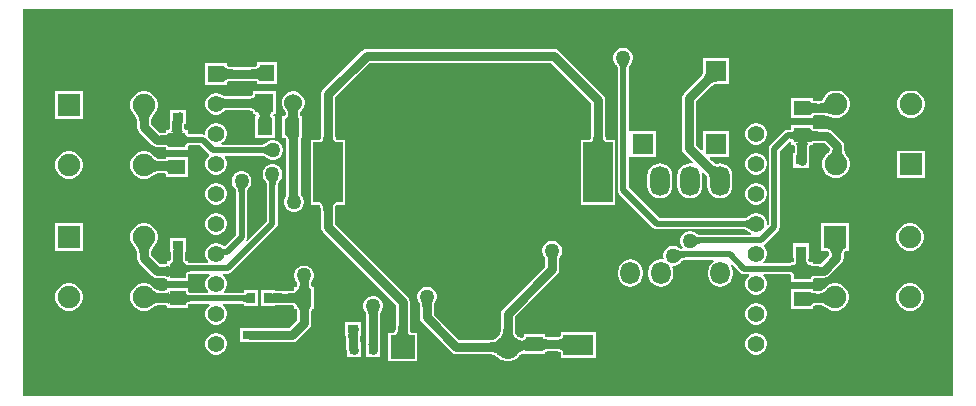
<source format=gtl>
G04*
G04 #@! TF.GenerationSoftware,Altium Limited,Altium Designer,23.2.1 (34)*
G04*
G04 Layer_Physical_Order=1*
G04 Layer_Color=255*
%FSLAX44Y44*%
%MOMM*%
G71*
G04*
G04 #@! TF.SameCoordinates,6051E094-9B17-4579-A263-E95DDA6BD904*
G04*
G04*
G04 #@! TF.FilePolarity,Positive*
G04*
G01*
G75*
%ADD19R,1.2700X1.3970*%
%ADD20R,2.5000X5.1000*%
%ADD21R,1.3970X1.2700*%
%ADD22R,1.8000X1.8000*%
%ADD23R,0.9500X0.8000*%
%ADD24R,1.2000X0.8000*%
%ADD25R,0.8000X0.9500*%
%ADD26R,0.8000X0.8000*%
%ADD50C,17.8000*%
%ADD51C,0.7620*%
%ADD52C,0.5080*%
%ADD53R,1.5240X1.5240*%
%ADD54C,1.5240*%
%ADD55C,2.0320*%
%ADD56R,2.0320X2.0320*%
%ADD57R,1.9050X1.9050*%
%ADD58C,1.9050*%
%ADD59O,1.6510X1.9050*%
%ADD60O,1.6764X2.5400*%
%ADD61R,1.3970X1.3970*%
%ADD62C,1.3970*%
%ADD63O,2.5400X1.7780*%
%ADD64R,2.5400X1.7780*%
%ADD65C,0.5000*%
%ADD66C,1.2700*%
G36*
X1080959Y290895D02*
X293943D01*
Y618806D01*
X1080959D01*
Y290895D01*
D02*
G37*
%LPC*%
G36*
X508762Y573659D02*
X491998D01*
Y571415D01*
X491979Y571241D01*
X491917Y571068D01*
X491814Y570913D01*
X491609Y570724D01*
X491239Y570499D01*
X490671Y570267D01*
X489899Y570060D01*
X488931Y569899D01*
X488217Y569837D01*
X469809D01*
X469248Y569877D01*
X468255Y570014D01*
X467455Y570191D01*
X466861Y570392D01*
X466480Y570584D01*
X466297Y570725D01*
X466251Y570781D01*
X466249Y570786D01*
X466217Y571039D01*
Y572897D01*
X464201D01*
X464155Y572906D01*
X464108Y572897D01*
X448183D01*
Y554863D01*
X464108D01*
X464155Y554854D01*
X464201Y554863D01*
X466217D01*
Y556721D01*
X466249Y556974D01*
X466251Y556979D01*
X466297Y557035D01*
X466480Y557175D01*
X466861Y557368D01*
X467455Y557569D01*
X468221Y557738D01*
X470014Y557924D01*
X488553D01*
X489040Y557907D01*
X490047Y557802D01*
X490888Y557660D01*
X491527Y557497D01*
X491945Y557337D01*
X491998Y557306D01*
Y555625D01*
X494010D01*
X494056Y555616D01*
X494103Y555625D01*
X508762D01*
Y573659D01*
D02*
G37*
G36*
X891412Y576960D02*
X869348D01*
Y567782D01*
X869339Y567735D01*
X869348Y567688D01*
Y564260D01*
X869011Y563670D01*
X868257Y562586D01*
X866290Y560261D01*
X853292Y547264D01*
X852001Y545331D01*
X851547Y543052D01*
Y501042D01*
X852001Y498763D01*
X853292Y496830D01*
X860912Y489211D01*
X860319Y488008D01*
X858266Y488278D01*
X855547Y487920D01*
X853014Y486871D01*
X850839Y485201D01*
X849169Y483026D01*
X848120Y480493D01*
X847762Y477774D01*
Y469138D01*
X848120Y466419D01*
X849169Y463886D01*
X850839Y461711D01*
X853014Y460041D01*
X855547Y458992D01*
X858266Y458634D01*
X860985Y458992D01*
X863518Y460041D01*
X865693Y461711D01*
X867363Y463886D01*
X868412Y466419D01*
X868770Y469138D01*
Y477774D01*
X868436Y480310D01*
X868816Y480653D01*
X869585Y480957D01*
X870216Y480326D01*
X870913Y479538D01*
X871841Y478372D01*
X872569Y477322D01*
X873100Y476400D01*
X873162Y476259D01*
Y469138D01*
X873520Y466419D01*
X874569Y463886D01*
X876239Y461711D01*
X878414Y460041D01*
X880947Y458992D01*
X883666Y458634D01*
X886385Y458992D01*
X888918Y460041D01*
X891093Y461711D01*
X892763Y463886D01*
X893812Y466419D01*
X894170Y469138D01*
Y477774D01*
X893812Y480493D01*
X892763Y483026D01*
X891093Y485201D01*
X888918Y486871D01*
X886385Y487920D01*
X883666Y488278D01*
X880947Y487920D01*
X880453Y487715D01*
X880148Y487877D01*
X879229Y488494D01*
X877192Y490198D01*
X875557Y491832D01*
X875117Y492126D01*
X875502Y493396D01*
X891412D01*
Y515460D01*
X869348D01*
Y499281D01*
X868175Y498795D01*
X863460Y503509D01*
Y540585D01*
X874327Y551451D01*
X875782Y552802D01*
X877015Y553789D01*
X878122Y554559D01*
X878712Y554896D01*
X882140D01*
X882187Y554887D01*
X882234Y554896D01*
X891412D01*
Y576960D01*
D02*
G37*
G36*
X507737Y549201D02*
X488433D01*
Y546549D01*
X488414Y546375D01*
X488352Y546202D01*
X488249Y546048D01*
X488044Y545858D01*
X487674Y545633D01*
X487106Y545401D01*
X486334Y545195D01*
X485366Y545034D01*
X484652Y544971D01*
X465027D01*
X464370Y545028D01*
X463957Y545092D01*
X463607Y545165D01*
X463348Y545239D01*
X463188Y545301D01*
X463132Y545330D01*
X463023Y545408D01*
X462737Y545695D01*
X460680Y546883D01*
X458387Y547497D01*
X456013D01*
X453720Y546883D01*
X451663Y545695D01*
X449985Y544017D01*
X448797Y541960D01*
X448183Y539667D01*
Y537293D01*
X448797Y535000D01*
X449985Y532943D01*
X451663Y531265D01*
X453720Y530078D01*
X456013Y529463D01*
X458387D01*
X460680Y530078D01*
X462737Y531265D01*
X463947Y532475D01*
X464003Y532512D01*
X464116Y532623D01*
X464154Y532650D01*
X464279Y532715D01*
X464497Y532798D01*
X464806Y532886D01*
X465201Y532968D01*
X465656Y533034D01*
X465995Y533058D01*
X484807D01*
X485395Y533014D01*
X486383Y532873D01*
X487178Y532691D01*
X487767Y532486D01*
X488145Y532289D01*
X488330Y532143D01*
X488385Y532073D01*
X488397Y532043D01*
X488433Y531756D01*
Y529897D01*
X490445D01*
X490491Y529887D01*
X491360Y529044D01*
X490474Y527939D01*
X490474D01*
Y525923D01*
X490465Y525877D01*
X490474Y525830D01*
Y509905D01*
X507238D01*
Y525830D01*
X507247Y525877D01*
X507238Y525923D01*
Y527939D01*
X506137D01*
X505320Y529053D01*
X505347Y529153D01*
X505467Y529403D01*
X505853Y529894D01*
X505875Y529897D01*
X507737D01*
Y531912D01*
X507746Y531959D01*
X507737Y532006D01*
Y549201D01*
D02*
G37*
G36*
X983485Y549783D02*
X980443D01*
X977503Y548995D01*
X974868Y547474D01*
X972716Y545322D01*
X971195Y542687D01*
X971161Y542560D01*
X970918Y542218D01*
X970637Y541919D01*
X970309Y541656D01*
X969921Y541423D01*
X969460Y541218D01*
X968914Y541048D01*
X968279Y540918D01*
X967949Y540881D01*
X965834D01*
X965245Y540902D01*
X964245Y541012D01*
X963411Y541160D01*
X962780Y541330D01*
X962370Y541495D01*
X962279Y541550D01*
Y543306D01*
X960263D01*
X960217Y543315D01*
X960170Y543306D01*
X944245D01*
Y526542D01*
X960170D01*
X960217Y526533D01*
X960263Y526542D01*
X962279D01*
Y528298D01*
X962370Y528353D01*
X962780Y528518D01*
X963411Y528688D01*
X964217Y528831D01*
X965872Y528968D01*
X969527D01*
X971251Y528910D01*
X972325Y528815D01*
X974320Y528532D01*
X975130Y528362D01*
X975860Y528168D01*
X976486Y527959D01*
X977028Y527731D01*
X977503Y527457D01*
X980443Y526669D01*
X983485D01*
X986425Y527457D01*
X989060Y528978D01*
X991212Y531130D01*
X992733Y533765D01*
X993521Y536704D01*
Y539748D01*
X992733Y542687D01*
X991212Y545322D01*
X989060Y547474D01*
X986425Y548995D01*
X983485Y549783D01*
D02*
G37*
G36*
X1046985D02*
X1043942D01*
X1041003Y548995D01*
X1038368Y547474D01*
X1036216Y545322D01*
X1034695Y542687D01*
X1033907Y539748D01*
Y536704D01*
X1034695Y533765D01*
X1036216Y531130D01*
X1038368Y528978D01*
X1041003Y527457D01*
X1043942Y526669D01*
X1046985D01*
X1049925Y527457D01*
X1052560Y528978D01*
X1054712Y531130D01*
X1056233Y533765D01*
X1057021Y536704D01*
Y539748D01*
X1056233Y542687D01*
X1054712Y545322D01*
X1052560Y547474D01*
X1049925Y548995D01*
X1046985Y549783D01*
D02*
G37*
G36*
X344297Y549021D02*
X321183D01*
Y525907D01*
X344297D01*
Y549021D01*
D02*
G37*
G36*
X915587Y522097D02*
X913213D01*
X910920Y521483D01*
X908863Y520295D01*
X907185Y518617D01*
X905997Y516560D01*
X905383Y514267D01*
Y511893D01*
X905997Y509600D01*
X907185Y507543D01*
X908863Y505865D01*
X910920Y504678D01*
X913213Y504063D01*
X915587D01*
X917880Y504678D01*
X919937Y505865D01*
X921615Y507543D01*
X922803Y509600D01*
X923417Y511893D01*
Y514267D01*
X922803Y516560D01*
X921615Y518617D01*
X919937Y520295D01*
X917880Y521483D01*
X915587Y522097D01*
D02*
G37*
G36*
X397761Y549021D02*
X394719D01*
X391779Y548233D01*
X389144Y546712D01*
X386992Y544560D01*
X385471Y541925D01*
X384683Y538985D01*
Y535942D01*
X385471Y533003D01*
X386992Y530368D01*
X387971Y529389D01*
X388059Y529247D01*
X388540Y528733D01*
X388912Y528257D01*
X389241Y527749D01*
X389528Y527206D01*
X389774Y526623D01*
X389978Y525999D01*
X390141Y525327D01*
X390260Y524608D01*
X390284Y524357D01*
Y518922D01*
X390737Y516643D01*
X392028Y514710D01*
X402950Y503788D01*
X404883Y502497D01*
X407162Y502043D01*
X411608D01*
X412197Y502022D01*
X413198Y501912D01*
X414031Y501764D01*
X414662Y501594D01*
X415073Y501429D01*
X415163Y501374D01*
Y499618D01*
X417179D01*
X417225Y499609D01*
X417272Y499618D01*
X433197D01*
Y502896D01*
X433316Y502968D01*
X433605Y503086D01*
X434046Y503204D01*
X434635Y503302D01*
X435056Y503338D01*
X444005D01*
X451231Y496112D01*
X451333Y495989D01*
X451295Y494527D01*
X449985Y493217D01*
X448797Y491160D01*
X448183Y488867D01*
Y486493D01*
X448797Y484200D01*
X449985Y482143D01*
X451663Y480465D01*
X453720Y479277D01*
X456013Y478663D01*
X458387D01*
X460680Y479277D01*
X462737Y480465D01*
X464415Y482143D01*
X465602Y484200D01*
X466217Y486493D01*
Y488867D01*
X465602Y491160D01*
X464415Y493217D01*
X464103Y493529D01*
X464589Y494702D01*
X496435D01*
X496546Y494692D01*
X496977Y494621D01*
X497373Y494525D01*
X497737Y494406D01*
X498071Y494265D01*
X498380Y494102D01*
X498667Y493916D01*
X498936Y493705D01*
X499256Y493406D01*
X499399Y493317D01*
X500059Y492657D01*
X501971Y491553D01*
X504103Y490982D01*
X506310D01*
X508441Y491553D01*
X510353Y492657D01*
X511913Y494217D01*
X513017Y496129D01*
X513588Y498260D01*
Y500467D01*
X513017Y502599D01*
X511913Y504511D01*
X510353Y506071D01*
X508441Y507175D01*
X506310Y507746D01*
X504103D01*
X501971Y507175D01*
X500059Y506071D01*
X499399Y505411D01*
X499256Y505322D01*
X498936Y505023D01*
X498667Y504812D01*
X498380Y504627D01*
X498071Y504463D01*
X497737Y504322D01*
X497373Y504203D01*
X496977Y504107D01*
X496546Y504036D01*
X496435Y504026D01*
X462091D01*
X461751Y505296D01*
X462737Y505865D01*
X464415Y507543D01*
X465602Y509600D01*
X466217Y511893D01*
Y514267D01*
X465602Y516560D01*
X464415Y518617D01*
X462737Y520295D01*
X460680Y521483D01*
X458387Y522097D01*
X456013D01*
X453720Y521483D01*
X451663Y520295D01*
X449985Y518617D01*
X448797Y516560D01*
X448183Y514267D01*
Y513408D01*
X447996Y513151D01*
X446913Y512467D01*
X445936Y512662D01*
X435056D01*
X434635Y512699D01*
X434046Y512796D01*
X433605Y512914D01*
X433316Y513032D01*
X433197Y513104D01*
Y514273D01*
X433206Y514319D01*
X433197Y514366D01*
Y516382D01*
X431339D01*
X431086Y516414D01*
X431081Y516416D01*
X431025Y516462D01*
X430885Y516645D01*
X430692Y517026D01*
X430491Y517620D01*
X430322Y518386D01*
X430196Y519606D01*
X430206Y519789D01*
X430308Y520653D01*
X430432Y521344D01*
X430511Y521638D01*
X431724D01*
Y523654D01*
X431733Y523700D01*
X431724Y523747D01*
Y533702D01*
X426852D01*
X426402Y533792D01*
X425952Y533702D01*
X418160D01*
Y523747D01*
X418151Y523700D01*
X418155Y523680D01*
X418151Y523660D01*
X418160Y523199D01*
Y521638D01*
X418190D01*
X418223Y519962D01*
X418183Y519413D01*
X418046Y518420D01*
X417868Y517620D01*
X417668Y517026D01*
X417476Y516645D01*
X417335Y516462D01*
X417279Y516416D01*
X417274Y516414D01*
X417021Y516382D01*
X415163D01*
Y514626D01*
X415073Y514571D01*
X414662Y514406D01*
X414031Y514236D01*
X413225Y514093D01*
X411570Y513956D01*
X409629D01*
X402197Y521389D01*
Y524357D01*
X402220Y524608D01*
X402339Y525327D01*
X402501Y525998D01*
X402706Y526623D01*
X402952Y527206D01*
X403239Y527749D01*
X403568Y528256D01*
X403940Y528733D01*
X404421Y529247D01*
X404509Y529389D01*
X405488Y530368D01*
X407009Y533003D01*
X407797Y535942D01*
Y538985D01*
X407009Y541925D01*
X405488Y544560D01*
X403336Y546712D01*
X400701Y548233D01*
X397761Y549021D01*
D02*
G37*
G36*
X915587Y496697D02*
X913213D01*
X910920Y496082D01*
X908863Y494895D01*
X907185Y493217D01*
X905997Y491160D01*
X905383Y488867D01*
Y486493D01*
X905997Y484200D01*
X907185Y482143D01*
X908863Y480465D01*
X910920Y479277D01*
X913213Y478663D01*
X915587D01*
X917880Y479277D01*
X919937Y480465D01*
X921615Y482143D01*
X922803Y484200D01*
X923417Y486493D01*
Y488867D01*
X922803Y491160D01*
X921615Y493217D01*
X919937Y494895D01*
X917880Y496082D01*
X915587Y496697D01*
D02*
G37*
G36*
X397761Y498221D02*
X394719D01*
X391779Y497433D01*
X389144Y495912D01*
X386992Y493760D01*
X385471Y491125D01*
X384683Y488186D01*
Y485143D01*
X385471Y482203D01*
X386992Y479568D01*
X389144Y477416D01*
X391779Y475895D01*
X394719Y475107D01*
X397761D01*
X400701Y475895D01*
X403336Y477416D01*
X403771Y477851D01*
X403783Y477857D01*
X404339Y478303D01*
X404858Y478655D01*
X405408Y478967D01*
X405990Y479239D01*
X406608Y479472D01*
X407265Y479665D01*
X407962Y479818D01*
X408702Y479929D01*
X408896Y479945D01*
X411528D01*
X412124Y479901D01*
X413111Y479759D01*
X413904Y479576D01*
X414491Y479370D01*
X414869Y479171D01*
X415055Y479023D01*
X415112Y478950D01*
X415127Y478913D01*
X415163Y478618D01*
Y476758D01*
X417179D01*
X417225Y476749D01*
X417272Y476758D01*
X433197D01*
Y493522D01*
X417272D01*
X417225Y493531D01*
X417179Y493522D01*
X415163D01*
Y492256D01*
X414849Y492168D01*
X414212Y492049D01*
X411722Y491858D01*
X409695D01*
X409407Y491888D01*
X408708Y492012D01*
X408065Y492181D01*
X407474Y492393D01*
X406932Y492646D01*
X406433Y492941D01*
X405972Y493278D01*
X405545Y493661D01*
X405488Y493760D01*
X403336Y495912D01*
X400701Y497433D01*
X397761Y498221D01*
D02*
G37*
G36*
X1057021Y498983D02*
X1033907D01*
Y475869D01*
X1057021D01*
Y498983D01*
D02*
G37*
G36*
X803032Y585961D02*
X800825D01*
X798693Y585390D01*
X796782Y584286D01*
X795221Y582726D01*
X794118Y580815D01*
X793546Y578683D01*
Y576476D01*
X794118Y574344D01*
X795221Y572433D01*
X795881Y571772D01*
X795970Y571629D01*
X796270Y571309D01*
X796480Y571040D01*
X796666Y570753D01*
X796829Y570444D01*
X796970Y570110D01*
X797089Y569747D01*
X797185Y569351D01*
X797256Y568920D01*
X797267Y568809D01*
Y465786D01*
X797622Y464002D01*
X798632Y462490D01*
X827538Y433584D01*
X829050Y432573D01*
X830834Y432218D01*
X904502D01*
X904717Y432195D01*
X905183Y432108D01*
X905624Y431988D01*
X906044Y431835D01*
X906445Y431650D01*
X906833Y431430D01*
X907209Y431173D01*
X907574Y430877D01*
X907988Y430486D01*
X908135Y430393D01*
X908863Y429665D01*
X910069Y428969D01*
X909729Y427699D01*
X866899D01*
X866832Y427704D01*
X866378Y427770D01*
X865955Y427861D01*
X865558Y427974D01*
X865188Y428109D01*
X864841Y428266D01*
X864516Y428444D01*
X864208Y428645D01*
X863872Y428904D01*
X863667Y429109D01*
X861755Y430213D01*
X859623Y430784D01*
X857417D01*
X855285Y430213D01*
X853373Y429109D01*
X851813Y427549D01*
X850709Y425637D01*
X850138Y423506D01*
Y421298D01*
X850709Y419167D01*
X851813Y417255D01*
X852121Y416947D01*
X852119Y416936D01*
X851500Y415772D01*
X851443Y415783D01*
X851030Y415890D01*
X850640Y416018D01*
X850274Y416167D01*
X849928Y416337D01*
X849601Y416527D01*
X849532Y416574D01*
X849443Y416663D01*
X847531Y417767D01*
X845399Y418338D01*
X843193D01*
X841061Y417767D01*
X839149Y416663D01*
X837589Y415103D01*
X836485Y413191D01*
X835914Y411059D01*
Y408853D01*
X836192Y407813D01*
X835185Y406665D01*
X833628Y406870D01*
X830943Y406516D01*
X828440Y405480D01*
X826291Y403831D01*
X824642Y401682D01*
X823606Y399179D01*
X823252Y396494D01*
Y393954D01*
X823606Y391269D01*
X824642Y388766D01*
X826291Y386617D01*
X828440Y384968D01*
X830943Y383932D01*
X833628Y383578D01*
X836313Y383932D01*
X838816Y384968D01*
X840965Y386617D01*
X842614Y388766D01*
X843650Y391269D01*
X844004Y393954D01*
Y396494D01*
X843650Y399179D01*
X843183Y400308D01*
X844033Y401574D01*
X845399D01*
X847531Y402145D01*
X849443Y403249D01*
X851003Y404809D01*
X851145Y405055D01*
X851363Y405332D01*
X851561Y405535D01*
X851776Y405712D01*
X852014Y405867D01*
X852282Y406004D01*
X852588Y406123D01*
X852936Y406221D01*
X853332Y406295D01*
X853476Y406310D01*
X877982D01*
X878414Y405040D01*
X876837Y403831D01*
X875188Y401682D01*
X874152Y399179D01*
X873798Y396494D01*
Y393954D01*
X874152Y391269D01*
X875188Y388766D01*
X876837Y386617D01*
X878986Y384968D01*
X881489Y383932D01*
X884174Y383578D01*
X886859Y383932D01*
X889362Y384968D01*
X891511Y386617D01*
X893160Y388766D01*
X894196Y391269D01*
X894550Y393954D01*
Y396494D01*
X894196Y399179D01*
X893160Y401682D01*
X892665Y402327D01*
X893622Y403166D01*
X901177Y395611D01*
X902689Y394600D01*
X904473Y394245D01*
X908091D01*
X908543Y392975D01*
X907185Y391617D01*
X905997Y389560D01*
X905383Y387267D01*
Y384893D01*
X905997Y382600D01*
X907185Y380543D01*
X908863Y378865D01*
X910920Y377677D01*
X913213Y377063D01*
X915587D01*
X917880Y377677D01*
X919937Y378865D01*
X921615Y380543D01*
X922803Y382600D01*
X923417Y384893D01*
Y387267D01*
X922803Y389560D01*
X921615Y391617D01*
X920257Y392975D01*
X920709Y394245D01*
X942378D01*
X942794Y394209D01*
X943378Y394112D01*
X943814Y393994D01*
X944099Y393877D01*
X944227Y393799D01*
X944245Y393630D01*
Y387604D01*
X960170D01*
X960217Y387595D01*
X960263Y387604D01*
X962279D01*
Y389468D01*
X962325Y389883D01*
X962374Y390017D01*
X962463Y390145D01*
X962660Y390320D01*
X963029Y390536D01*
X963599Y390760D01*
X964374Y390960D01*
X965344Y391115D01*
X966026Y391172D01*
X971677D01*
X973956Y391626D01*
X975889Y392917D01*
X986684Y403712D01*
X987975Y405645D01*
X988428Y407924D01*
Y410360D01*
X988491Y411071D01*
X988652Y412035D01*
X988858Y412802D01*
X989089Y413366D01*
X989313Y413733D01*
X989501Y413935D01*
X989654Y414037D01*
X989828Y414098D01*
X990289Y414147D01*
X992759D01*
Y437261D01*
X969645D01*
Y414147D01*
X974655D01*
X975116Y414098D01*
X975290Y414037D01*
X975443Y413935D01*
X975631Y413733D01*
X975855Y413366D01*
X976086Y412802D01*
X976292Y412035D01*
X976453Y411071D01*
X976513Y410389D01*
X969210Y403086D01*
X964913D01*
X963190Y403218D01*
X962494Y403320D01*
X962279Y403367D01*
Y404368D01*
X960263D01*
X960217Y404377D01*
X960170Y404368D01*
X960035D01*
X959861Y404387D01*
X959688Y404449D01*
X959533Y404552D01*
X959344Y404757D01*
X959118Y405127D01*
X958887Y405695D01*
X958680Y406467D01*
X958595Y406977D01*
X959282Y408242D01*
X959282D01*
Y410258D01*
X959291Y410304D01*
X959287Y410328D01*
X959291Y410351D01*
X959282Y410391D01*
Y420306D01*
X945718D01*
Y410391D01*
X945709Y410351D01*
X945713Y410328D01*
X945709Y410304D01*
X945718Y410258D01*
Y408242D01*
X946341D01*
X946448Y406572D01*
X946422Y406319D01*
X946280Y405478D01*
X946117Y404839D01*
X945957Y404421D01*
X945926Y404368D01*
X944245D01*
Y403681D01*
X942686Y403569D01*
X921037D01*
X920510Y404839D01*
X921615Y405943D01*
X922803Y408000D01*
X923417Y410293D01*
Y412667D01*
X922803Y414960D01*
X921615Y417017D01*
X921090Y417542D01*
X921055Y417666D01*
X921320Y419108D01*
X922268Y419741D01*
X933063Y430536D01*
X934074Y432048D01*
X934429Y433832D01*
Y498100D01*
X942975Y506647D01*
X944245Y506121D01*
Y505791D01*
X944236Y505745D01*
X944245Y505698D01*
Y503682D01*
X946103D01*
X946356Y503650D01*
X946361Y503648D01*
X946417Y503602D01*
X946557Y503419D01*
X946750Y503038D01*
X946951Y502444D01*
X947121Y501678D01*
X947306Y499885D01*
Y499758D01*
X947236Y498498D01*
X947134Y497633D01*
X947010Y496942D01*
X946931Y496648D01*
X945718D01*
Y494632D01*
X945709Y494585D01*
X945718Y494539D01*
Y484584D01*
X952686D01*
X953262Y484469D01*
X953838Y484584D01*
X959282D01*
Y494539D01*
X959291Y494585D01*
X959287Y494605D01*
X959291Y494626D01*
X959282Y495087D01*
Y496648D01*
X959252D01*
X959219Y498370D01*
Y500090D01*
X959259Y500651D01*
X959396Y501644D01*
X959574Y502444D01*
X959774Y503038D01*
X959967Y503419D01*
X960107Y503602D01*
X960163Y503648D01*
X960168Y503650D01*
X960421Y503682D01*
X962279D01*
Y504935D01*
X962589Y505021D01*
X963228Y505140D01*
X965709Y505328D01*
X972402D01*
X977135Y500595D01*
X977034Y500045D01*
X976862Y499417D01*
X976648Y498847D01*
X976394Y498329D01*
X976098Y497856D01*
X975760Y497423D01*
X975375Y497024D01*
X975160Y496842D01*
X974868Y496674D01*
X972716Y494522D01*
X971195Y491887D01*
X970407Y488947D01*
Y485905D01*
X971195Y482965D01*
X972716Y480330D01*
X974868Y478178D01*
X977503Y476657D01*
X980443Y475869D01*
X983485D01*
X986425Y476657D01*
X989060Y478178D01*
X991212Y480330D01*
X992733Y482965D01*
X993521Y485905D01*
Y488947D01*
X992733Y491887D01*
X991212Y494522D01*
X990914Y494820D01*
X990674Y495148D01*
X990337Y495688D01*
X990038Y496258D01*
X989777Y496859D01*
X989554Y497495D01*
X989369Y498168D01*
X989223Y498879D01*
X989117Y499630D01*
X989105Y499780D01*
Y503005D01*
X988652Y505285D01*
X987360Y507217D01*
X979082Y515496D01*
X977149Y516787D01*
X974870Y517241D01*
X965919D01*
X965320Y517286D01*
X964333Y517428D01*
X963541Y517612D01*
X962954Y517820D01*
X962577Y518019D01*
X962391Y518168D01*
X962333Y518243D01*
X962316Y518285D01*
X962279Y518586D01*
Y520446D01*
X960263D01*
X960217Y520455D01*
X960170Y520446D01*
X944245D01*
Y516840D01*
X944036Y516763D01*
X943631Y516664D01*
X943089Y516582D01*
X942799Y516558D01*
X941633D01*
X939849Y516204D01*
X938337Y515193D01*
X926471Y503327D01*
X925460Y501815D01*
X925105Y500031D01*
Y436187D01*
X924687Y435922D01*
X923417Y436619D01*
Y438067D01*
X922803Y440360D01*
X921615Y442417D01*
X919937Y444095D01*
X917880Y445283D01*
X915587Y445897D01*
X913213D01*
X910920Y445283D01*
X908863Y444095D01*
X908135Y443367D01*
X907988Y443274D01*
X907574Y442883D01*
X907208Y442587D01*
X906833Y442330D01*
X906445Y442110D01*
X906043Y441925D01*
X905624Y441772D01*
X905183Y441652D01*
X904717Y441565D01*
X904502Y441542D01*
X832765D01*
X806590Y467716D01*
Y493367D01*
X807848Y493396D01*
X807860Y493396D01*
X829912D01*
Y515460D01*
X807860D01*
X807848Y515460D01*
X806590Y515489D01*
Y568809D01*
X806600Y568920D01*
X806671Y569351D01*
X806767Y569747D01*
X806887Y570110D01*
X807028Y570444D01*
X807191Y570753D01*
X807377Y571040D01*
X807587Y571309D01*
X807887Y571629D01*
X807975Y571772D01*
X808636Y572433D01*
X809739Y574344D01*
X810310Y576476D01*
Y578683D01*
X809739Y580815D01*
X808636Y582726D01*
X807075Y584286D01*
X805164Y585390D01*
X803032Y585961D01*
D02*
G37*
G36*
X334262Y498221D02*
X331218D01*
X328279Y497433D01*
X325644Y495912D01*
X323492Y493760D01*
X321971Y491125D01*
X321183Y488186D01*
Y485143D01*
X321971Y482203D01*
X323492Y479568D01*
X325644Y477416D01*
X328279Y475895D01*
X331218Y475107D01*
X334262D01*
X337201Y475895D01*
X339836Y477416D01*
X341988Y479568D01*
X343509Y482203D01*
X344297Y485143D01*
Y488186D01*
X343509Y491125D01*
X341988Y493760D01*
X339836Y495912D01*
X337201Y497433D01*
X334262Y498221D01*
D02*
G37*
G36*
X832866Y488278D02*
X830147Y487920D01*
X827614Y486871D01*
X825439Y485201D01*
X823769Y483026D01*
X822720Y480493D01*
X822362Y477774D01*
Y469138D01*
X822720Y466419D01*
X823769Y463886D01*
X825439Y461711D01*
X827614Y460041D01*
X830147Y458992D01*
X832866Y458634D01*
X835585Y458992D01*
X838118Y460041D01*
X840293Y461711D01*
X841963Y463886D01*
X843012Y466419D01*
X843370Y469138D01*
Y477774D01*
X843012Y480493D01*
X841963Y483026D01*
X840293Y485201D01*
X838118Y486871D01*
X835585Y487920D01*
X832866Y488278D01*
D02*
G37*
G36*
X915587Y471297D02*
X913213D01*
X910920Y470682D01*
X908863Y469495D01*
X907185Y467817D01*
X905997Y465760D01*
X905383Y463467D01*
Y461093D01*
X905997Y458800D01*
X907185Y456743D01*
X908863Y455065D01*
X910920Y453877D01*
X913213Y453263D01*
X915587D01*
X917880Y453877D01*
X919937Y455065D01*
X921615Y456743D01*
X922803Y458800D01*
X923417Y461093D01*
Y463467D01*
X922803Y465760D01*
X921615Y467817D01*
X919937Y469495D01*
X917880Y470682D01*
X915587Y471297D01*
D02*
G37*
G36*
X458387D02*
X456013D01*
X453720Y470682D01*
X451663Y469495D01*
X449985Y467817D01*
X448797Y465760D01*
X448183Y463467D01*
Y461093D01*
X448797Y458800D01*
X449985Y456743D01*
X451663Y455065D01*
X453720Y453877D01*
X456013Y453263D01*
X458387D01*
X460680Y453877D01*
X462737Y455065D01*
X464415Y456743D01*
X465602Y458800D01*
X466217Y461093D01*
Y463467D01*
X465602Y465760D01*
X464415Y467817D01*
X462737Y469495D01*
X460680Y470682D01*
X458387Y471297D01*
D02*
G37*
G36*
X743458Y585076D02*
X584581D01*
X582302Y584623D01*
X580369Y583332D01*
X580369Y583332D01*
X547938Y550901D01*
X546647Y548969D01*
X546194Y546689D01*
Y511887D01*
X546131Y511176D01*
X545970Y510212D01*
X545764Y509445D01*
X545533Y508881D01*
X545309Y508514D01*
X545121Y508312D01*
X544968Y508210D01*
X544795Y508149D01*
X544333Y508100D01*
X537264D01*
Y453036D01*
X544267D01*
X544439Y453018D01*
X544611Y452957D01*
X544764Y452854D01*
X544953Y452650D01*
X545177Y452281D01*
X545409Y451713D01*
X545616Y450941D01*
X545777Y449972D01*
X545840Y449257D01*
Y434422D01*
X546293Y432143D01*
X547584Y430211D01*
X609231Y368563D01*
Y348584D01*
X609169Y347869D01*
X609008Y346900D01*
X608801Y346128D01*
X608569Y345560D01*
X608344Y345191D01*
X608156Y344986D01*
X608003Y344884D01*
X607831Y344823D01*
X607659Y344805D01*
X602996D01*
Y320421D01*
X627380D01*
Y344805D01*
X622717D01*
X622545Y344823D01*
X622373Y344884D01*
X622220Y344986D01*
X622032Y345191D01*
X621806Y345560D01*
X621575Y346128D01*
X621368Y346900D01*
X621207Y347869D01*
X621144Y348584D01*
Y371030D01*
X621144Y371031D01*
X620691Y373310D01*
X619400Y375242D01*
X557752Y436890D01*
Y449257D01*
X557815Y449972D01*
X557976Y450941D01*
X558183Y451713D01*
X558414Y452281D01*
X558639Y452650D01*
X558828Y452854D01*
X558981Y452957D01*
X559153Y453018D01*
X559325Y453036D01*
X566328D01*
Y508100D01*
X559968D01*
X559506Y508149D01*
X559333Y508210D01*
X559179Y508312D01*
X558992Y508514D01*
X558767Y508881D01*
X558537Y509445D01*
X558330Y510212D01*
X558169Y511176D01*
X558107Y511887D01*
Y544222D01*
X587048Y573163D01*
X740991D01*
X774839Y539315D01*
Y511887D01*
X774777Y511176D01*
X774616Y510212D01*
X774410Y509445D01*
X774179Y508881D01*
X773955Y508514D01*
X773767Y508312D01*
X773614Y508210D01*
X773440Y508149D01*
X772979Y508100D01*
X766264D01*
Y453036D01*
X795328D01*
Y508100D01*
X788613D01*
X788152Y508149D01*
X787978Y508210D01*
X787825Y508312D01*
X787637Y508514D01*
X787413Y508881D01*
X787182Y509445D01*
X786976Y510212D01*
X786815Y511176D01*
X786752Y511887D01*
Y541782D01*
X786299Y544061D01*
X785008Y545994D01*
X747670Y583332D01*
X745737Y584623D01*
X743458Y585076D01*
D02*
G37*
G36*
X523801Y549201D02*
X521260D01*
X518805Y548543D01*
X516604Y547272D01*
X514807Y545475D01*
X513536Y543274D01*
X512879Y540819D01*
Y538278D01*
X513536Y535823D01*
X514807Y533622D01*
X515265Y533164D01*
X515295Y533106D01*
X515482Y532873D01*
X515594Y532690D01*
X515716Y532435D01*
X515836Y532106D01*
X515950Y531702D01*
X516049Y531225D01*
X516113Y530794D01*
X516006Y529951D01*
X515839Y529140D01*
X515649Y528534D01*
X515466Y528143D01*
X515338Y527963D01*
X515333Y527959D01*
X515187Y527939D01*
X513334D01*
Y525923D01*
X513325Y525877D01*
X513334Y525830D01*
Y512014D01*
X513325Y511968D01*
X513334Y511921D01*
Y509905D01*
X515197D01*
X515574Y509862D01*
X515678Y509823D01*
X515788Y509744D01*
X515954Y509551D01*
X516164Y509179D01*
X516382Y508604D01*
X516577Y507824D01*
X516728Y506848D01*
X516782Y506192D01*
Y461800D01*
X516738Y461287D01*
X516698Y461004D01*
X516662Y460825D01*
X516406Y460569D01*
X515302Y458657D01*
X514731Y456525D01*
Y454319D01*
X515302Y452187D01*
X516406Y450275D01*
X517966Y448715D01*
X519878Y447611D01*
X522010Y447040D01*
X524216D01*
X526348Y447611D01*
X528260Y448715D01*
X529820Y450275D01*
X530924Y452187D01*
X531495Y454319D01*
Y456525D01*
X530924Y458657D01*
X529820Y460569D01*
X528886Y461503D01*
X528876Y461528D01*
X528829Y461697D01*
X528787Y461906D01*
X528694Y463086D01*
Y506969D01*
X528748Y508075D01*
X528841Y508952D01*
X528953Y509658D01*
X529012Y509905D01*
X530098D01*
Y511921D01*
X530107Y511968D01*
X530098Y512014D01*
Y525830D01*
X530107Y525877D01*
X530098Y525923D01*
Y527939D01*
X528592D01*
X528456Y528342D01*
X528308Y529001D01*
X528184Y529834D01*
X528153Y530274D01*
X528223Y530670D01*
X528333Y531116D01*
X528456Y531487D01*
X528586Y531781D01*
X528713Y532003D01*
X528831Y532161D01*
X529043Y532377D01*
X529109Y532477D01*
X530254Y533622D01*
X531525Y535823D01*
X532183Y538278D01*
Y540819D01*
X531525Y543274D01*
X530254Y545475D01*
X528457Y547272D01*
X526256Y548543D01*
X523801Y549201D01*
D02*
G37*
G36*
X458387Y445897D02*
X456013D01*
X453720Y445283D01*
X451663Y444095D01*
X449985Y442417D01*
X448797Y440360D01*
X448183Y438067D01*
Y435693D01*
X448797Y433400D01*
X449985Y431343D01*
X451663Y429665D01*
X453720Y428478D01*
X456013Y427863D01*
X458387D01*
X460680Y428478D01*
X462737Y429665D01*
X464415Y431343D01*
X465602Y433400D01*
X466217Y435693D01*
Y438067D01*
X465602Y440360D01*
X464415Y442417D01*
X462737Y444095D01*
X460680Y445283D01*
X458387Y445897D01*
D02*
G37*
G36*
X506055Y487426D02*
X503848D01*
X501717Y486855D01*
X499805Y485751D01*
X498245Y484191D01*
X497141Y482279D01*
X496570Y480148D01*
Y477940D01*
X497141Y475809D01*
X498245Y473897D01*
X498905Y473237D01*
X498994Y473094D01*
X499293Y472774D01*
X499504Y472505D01*
X499689Y472218D01*
X499853Y471909D01*
X499994Y471575D01*
X500113Y471211D01*
X500209Y470815D01*
X500280Y470384D01*
X500290Y470273D01*
Y439065D01*
X483574Y422348D01*
X482588Y423158D01*
X483097Y423920D01*
X483452Y425704D01*
Y464431D01*
X483462Y464542D01*
X483533Y464973D01*
X483629Y465369D01*
X483748Y465733D01*
X483889Y466067D01*
X484052Y466376D01*
X484238Y466663D01*
X484449Y466932D01*
X484748Y467252D01*
X484837Y467395D01*
X485497Y468055D01*
X486601Y469967D01*
X487172Y472099D01*
Y474305D01*
X486601Y476437D01*
X485497Y478349D01*
X483937Y479909D01*
X482025Y481013D01*
X479893Y481584D01*
X477687D01*
X475555Y481013D01*
X473643Y479909D01*
X472083Y478349D01*
X470979Y476437D01*
X470408Y474305D01*
Y472099D01*
X470979Y469967D01*
X472083Y468055D01*
X472743Y467395D01*
X472832Y467252D01*
X473131Y466932D01*
X473342Y466663D01*
X473527Y466376D01*
X473691Y466067D01*
X473832Y465733D01*
X473951Y465369D01*
X474047Y464973D01*
X474118Y464542D01*
X474128Y464431D01*
Y427635D01*
X464763Y418269D01*
X463163D01*
X462737Y418695D01*
X460680Y419883D01*
X458387Y420497D01*
X456013D01*
X453720Y419883D01*
X451663Y418695D01*
X449985Y417017D01*
X448797Y414960D01*
X448183Y412667D01*
Y410293D01*
X448797Y408000D01*
X449985Y405943D01*
X450709Y405220D01*
X450182Y403950D01*
X435208D01*
X434330Y404003D01*
X433810Y404072D01*
X433705Y404092D01*
Y405130D01*
X431850D01*
X431654Y405156D01*
X431627Y405179D01*
X431493Y405361D01*
X431306Y405747D01*
X431112Y406347D01*
X430947Y407121D01*
X430771Y408893D01*
Y410367D01*
X430856Y411817D01*
X430937Y412545D01*
X430958Y412672D01*
X431724D01*
Y414647D01*
X431733Y414686D01*
X431729Y414710D01*
X431733Y414734D01*
X431724Y414781D01*
Y424736D01*
X418160D01*
Y414911D01*
X418158Y414902D01*
X418160Y414880D01*
Y414781D01*
X418151Y414734D01*
X418160Y414688D01*
Y412672D01*
X418639D01*
X418858Y409467D01*
Y408765D01*
X418814Y408169D01*
X418672Y407182D01*
X418489Y406389D01*
X418283Y405802D01*
X418084Y405424D01*
X417936Y405238D01*
X417863Y405182D01*
X417826Y405166D01*
X417531Y405130D01*
X415671D01*
Y403374D01*
X415580Y403319D01*
X415170Y403154D01*
X414539Y402984D01*
X413733Y402841D01*
X412078Y402705D01*
X409883D01*
X402197Y410391D01*
Y412597D01*
X402220Y412848D01*
X402339Y413568D01*
X402501Y414239D01*
X402706Y414864D01*
X402952Y415446D01*
X403239Y415989D01*
X403568Y416497D01*
X403940Y416973D01*
X404421Y417487D01*
X404509Y417629D01*
X405488Y418608D01*
X407009Y421243D01*
X407797Y424183D01*
Y427225D01*
X407009Y430165D01*
X405488Y432800D01*
X403336Y434952D01*
X400701Y436473D01*
X397761Y437261D01*
X394719D01*
X391779Y436473D01*
X389144Y434952D01*
X386992Y432800D01*
X385471Y430165D01*
X384683Y427225D01*
Y424183D01*
X385471Y421243D01*
X386992Y418608D01*
X387971Y417629D01*
X388059Y417487D01*
X388540Y416973D01*
X388912Y416497D01*
X389241Y415989D01*
X389528Y415446D01*
X389774Y414863D01*
X389978Y414239D01*
X390141Y413568D01*
X390260Y412848D01*
X390284Y412597D01*
Y407924D01*
X390737Y405645D01*
X392028Y403712D01*
X403204Y392536D01*
X405137Y391245D01*
X407416Y390792D01*
X412116D01*
X412705Y390770D01*
X413705Y390660D01*
X414539Y390512D01*
X415170Y390342D01*
X415580Y390177D01*
X415671Y390122D01*
Y388366D01*
X417687D01*
X417733Y388357D01*
X417780Y388366D01*
X433705D01*
Y394182D01*
X433828Y394256D01*
X434117Y394374D01*
X434558Y394492D01*
X435146Y394590D01*
X435566Y394626D01*
X451429D01*
X451769Y393356D01*
X451663Y393295D01*
X449985Y391617D01*
X448797Y389560D01*
X448183Y387267D01*
Y384893D01*
X448797Y382600D01*
X449985Y380543D01*
X450709Y379820D01*
X450182Y378550D01*
X435564D01*
X435143Y378587D01*
X434554Y378684D01*
X434113Y378802D01*
X433824Y378920D01*
X433705Y378992D01*
Y382270D01*
X417780D01*
X417733Y382279D01*
X417687Y382270D01*
X415671D01*
Y380832D01*
X415293Y380710D01*
X414681Y380579D01*
X412095Y380353D01*
X409590D01*
X409313Y380380D01*
X408606Y380503D01*
X407953Y380670D01*
X407351Y380880D01*
X406795Y381132D01*
X406281Y381424D01*
X405804Y381760D01*
X405360Y382140D01*
X404878Y382639D01*
X404784Y382704D01*
X403336Y384152D01*
X400701Y385673D01*
X397761Y386461D01*
X394719D01*
X391779Y385673D01*
X389144Y384152D01*
X386992Y382000D01*
X385471Y379365D01*
X384683Y376426D01*
Y373382D01*
X385471Y370443D01*
X386992Y367808D01*
X389144Y365656D01*
X391779Y364135D01*
X394719Y363347D01*
X397761D01*
X400701Y364135D01*
X403336Y365656D01*
X403939Y366259D01*
X404013Y366300D01*
X404556Y366758D01*
X405062Y367118D01*
X405598Y367437D01*
X406168Y367715D01*
X406775Y367952D01*
X407422Y368150D01*
X408110Y368307D01*
X408843Y368420D01*
X409059Y368439D01*
X412125D01*
X412649Y368403D01*
X413648Y368271D01*
X414454Y368099D01*
X415054Y367905D01*
X415440Y367718D01*
X415621Y367584D01*
X415645Y367556D01*
X415671Y367361D01*
Y365506D01*
X417687D01*
X417733Y365497D01*
X417780Y365506D01*
X433705D01*
Y368784D01*
X433824Y368856D01*
X434113Y368974D01*
X434554Y369092D01*
X435143Y369189D01*
X435564Y369226D01*
X451429D01*
X451769Y367956D01*
X451663Y367895D01*
X449985Y366217D01*
X448797Y364160D01*
X448183Y361867D01*
Y359493D01*
X448797Y357200D01*
X449985Y355143D01*
X451663Y353465D01*
X453720Y352277D01*
X456013Y351663D01*
X458387D01*
X460680Y352277D01*
X462737Y353465D01*
X464415Y355143D01*
X465602Y357200D01*
X466217Y359493D01*
Y361867D01*
X465602Y364160D01*
X464415Y366217D01*
X462737Y367895D01*
X462631Y367956D01*
X462971Y369226D01*
X479237D01*
X479584Y369200D01*
X480191Y369113D01*
X480654Y369007D01*
X480962Y368898D01*
X480998Y368879D01*
Y367106D01*
X483014D01*
X483060Y367097D01*
X483107Y367106D01*
X493062D01*
Y380670D01*
X483107D01*
X483060Y380679D01*
X483014Y380670D01*
X480998D01*
Y378897D01*
X480962Y378878D01*
X480653Y378769D01*
X480191Y378663D01*
X479584Y378576D01*
X479237Y378550D01*
X464218D01*
X463691Y379820D01*
X464415Y380543D01*
X465602Y382600D01*
X466217Y384893D01*
Y387267D01*
X465602Y389560D01*
X464415Y391617D01*
X462737Y393295D01*
X462631Y393356D01*
X462971Y394626D01*
X467106D01*
X468890Y394981D01*
X470402Y395992D01*
X508248Y433838D01*
X509259Y435350D01*
X509614Y437134D01*
Y470273D01*
X509624Y470384D01*
X509695Y470815D01*
X509791Y471211D01*
X509910Y471575D01*
X510051Y471909D01*
X510214Y472217D01*
X510400Y472505D01*
X510611Y472774D01*
X510910Y473094D01*
X510999Y473237D01*
X511659Y473897D01*
X512763Y475809D01*
X513334Y477940D01*
Y480148D01*
X512763Y482279D01*
X511659Y484191D01*
X510099Y485751D01*
X508187Y486855D01*
X506055Y487426D01*
D02*
G37*
G36*
X1046224Y437261D02*
X1043180D01*
X1040241Y436473D01*
X1037606Y434952D01*
X1035454Y432800D01*
X1033933Y430165D01*
X1033145Y427225D01*
Y424183D01*
X1033933Y421243D01*
X1035454Y418608D01*
X1037606Y416456D01*
X1040241Y414935D01*
X1043180Y414147D01*
X1046224D01*
X1049163Y414935D01*
X1051798Y416456D01*
X1053950Y418608D01*
X1055471Y421243D01*
X1056259Y424183D01*
Y427225D01*
X1055471Y430165D01*
X1053950Y432800D01*
X1051798Y434952D01*
X1049163Y436473D01*
X1046224Y437261D01*
D02*
G37*
G36*
X344297D02*
X321183D01*
Y414147D01*
X344297D01*
Y437261D01*
D02*
G37*
G36*
X807974Y406870D02*
X805289Y406516D01*
X802786Y405480D01*
X800637Y403831D01*
X798988Y401682D01*
X797952Y399179D01*
X797598Y396494D01*
Y393954D01*
X797952Y391269D01*
X798988Y388766D01*
X800637Y386617D01*
X802786Y384968D01*
X805289Y383932D01*
X807974Y383578D01*
X810659Y383932D01*
X813162Y384968D01*
X815311Y386617D01*
X816960Y388766D01*
X817996Y391269D01*
X818350Y393954D01*
Y396494D01*
X817996Y399179D01*
X816960Y401682D01*
X815311Y403831D01*
X813162Y405480D01*
X810659Y406516D01*
X807974Y406870D01*
D02*
G37*
G36*
X532980Y401574D02*
X530773D01*
X528641Y401003D01*
X526729Y399899D01*
X525169Y398339D01*
X524065Y396427D01*
X523494Y394296D01*
Y392089D01*
X524065Y389957D01*
X525169Y388045D01*
X525750Y387464D01*
X525763Y387426D01*
X525807Y387242D01*
X525848Y387010D01*
X525901Y386218D01*
X525898Y386125D01*
X525788Y385125D01*
X525640Y384291D01*
X525470Y383660D01*
X525305Y383250D01*
X525250Y383159D01*
X523494D01*
Y381301D01*
X523462Y381048D01*
X523460Y381043D01*
X523414Y380987D01*
X523231Y380846D01*
X522850Y380654D01*
X522256Y380453D01*
X521490Y380284D01*
X519697Y380098D01*
X508879D01*
X507062Y380183D01*
Y380670D01*
X505046D01*
X505000Y380679D01*
X504953Y380670D01*
X494998D01*
Y367106D01*
X504953D01*
X505000Y367097D01*
X505046Y367106D01*
X505085D01*
X505125Y367100D01*
X505146Y367106D01*
X507062D01*
Y367963D01*
X507163Y367982D01*
X510276Y368186D01*
X519902D01*
X520463Y368145D01*
X521456Y368008D01*
X522256Y367831D01*
X522850Y367630D01*
X523231Y367438D01*
X523414Y367297D01*
X523460Y367241D01*
X523462Y367236D01*
X523494Y366983D01*
Y365125D01*
X525250D01*
X525305Y365034D01*
X525470Y364624D01*
X525640Y363993D01*
X525783Y363187D01*
X525919Y361532D01*
Y355527D01*
X518995Y348602D01*
X493732D01*
Y348678D01*
X491716D01*
X491670Y348687D01*
X491655Y348684D01*
X491640Y348687D01*
X491597Y348678D01*
X477668D01*
Y336614D01*
X491623D01*
X491670Y336605D01*
X491691Y336609D01*
X491713Y336605D01*
X492136Y336614D01*
X493732D01*
Y336647D01*
X495745Y336689D01*
X521462D01*
X523741Y337143D01*
X525674Y338434D01*
X536088Y348848D01*
X536088Y348848D01*
X537379Y350781D01*
X537832Y353060D01*
X537832Y353060D01*
Y361570D01*
X537854Y362159D01*
X537964Y363159D01*
X538112Y363993D01*
X538282Y364624D01*
X538447Y365034D01*
X538502Y365125D01*
X540258D01*
Y367141D01*
X540267Y367188D01*
X540258Y367234D01*
Y381050D01*
X540267Y381096D01*
X540258Y381143D01*
Y383159D01*
X538502D01*
X538447Y383250D01*
X538282Y383660D01*
X538112Y384291D01*
X537969Y385097D01*
X537852Y386517D01*
X537898Y386975D01*
X537945Y387242D01*
X537989Y387426D01*
X538002Y387464D01*
X538583Y388045D01*
X539687Y389957D01*
X540258Y392089D01*
Y394296D01*
X539687Y396427D01*
X538583Y398339D01*
X537023Y399899D01*
X535111Y401003D01*
X532980Y401574D01*
D02*
G37*
G36*
X982723Y386461D02*
X979680D01*
X976741Y385673D01*
X974106Y384152D01*
X971954Y382000D01*
X971862Y381841D01*
X971808Y381780D01*
X971388Y381396D01*
X970935Y381058D01*
X970444Y380763D01*
X969910Y380509D01*
X969325Y380297D01*
X968686Y380126D01*
X967990Y380001D01*
X967697Y379972D01*
X965344D01*
X964123Y380036D01*
X963256Y380136D01*
X962560Y380257D01*
X962279Y380330D01*
Y381508D01*
X960263D01*
X960217Y381517D01*
X960170Y381508D01*
X944245D01*
Y364744D01*
X960170D01*
X960217Y364735D01*
X960263Y364744D01*
X962279D01*
Y366606D01*
X962319Y366941D01*
X962346Y367011D01*
X962414Y367102D01*
X962603Y367258D01*
X962977Y367462D01*
X963559Y367674D01*
X964345Y367863D01*
X965327Y368009D01*
X965954Y368059D01*
X968633D01*
X968815Y368043D01*
X969557Y367934D01*
X970258Y367783D01*
X970920Y367592D01*
X971544Y367361D01*
X972133Y367093D01*
X972688Y366785D01*
X973214Y366437D01*
X973720Y366042D01*
X974106Y365656D01*
X976741Y364135D01*
X979680Y363347D01*
X982723D01*
X985663Y364135D01*
X988298Y365656D01*
X990450Y367808D01*
X991971Y370443D01*
X992759Y373382D01*
Y376426D01*
X991971Y379365D01*
X990450Y382000D01*
X988298Y384152D01*
X985663Y385673D01*
X982723Y386461D01*
D02*
G37*
G36*
X1046224D02*
X1043180D01*
X1040241Y385673D01*
X1037606Y384152D01*
X1035454Y382000D01*
X1033933Y379365D01*
X1033145Y376426D01*
Y373382D01*
X1033933Y370443D01*
X1035454Y367808D01*
X1037606Y365656D01*
X1040241Y364135D01*
X1043180Y363347D01*
X1046224D01*
X1049163Y364135D01*
X1051798Y365656D01*
X1053950Y367808D01*
X1055471Y370443D01*
X1056259Y373382D01*
Y376426D01*
X1055471Y379365D01*
X1053950Y382000D01*
X1051798Y384152D01*
X1049163Y385673D01*
X1046224Y386461D01*
D02*
G37*
G36*
X334262D02*
X331218D01*
X328279Y385673D01*
X325644Y384152D01*
X323492Y382000D01*
X321971Y379365D01*
X321183Y376426D01*
Y373382D01*
X321971Y370443D01*
X323492Y367808D01*
X325644Y365656D01*
X328279Y364135D01*
X331218Y363347D01*
X334262D01*
X337201Y364135D01*
X339836Y365656D01*
X341988Y367808D01*
X343509Y370443D01*
X344297Y373382D01*
Y376426D01*
X343509Y379365D01*
X341988Y382000D01*
X339836Y384152D01*
X337201Y385673D01*
X334262Y386461D01*
D02*
G37*
G36*
X915587Y369697D02*
X913213D01*
X910920Y369082D01*
X908863Y367895D01*
X907185Y366217D01*
X905997Y364160D01*
X905383Y361867D01*
Y359493D01*
X905997Y357200D01*
X907185Y355143D01*
X908863Y353465D01*
X910920Y352277D01*
X913213Y351663D01*
X915587D01*
X917880Y352277D01*
X919937Y353465D01*
X921615Y355143D01*
X922803Y357200D01*
X923417Y359493D01*
Y361867D01*
X922803Y364160D01*
X921615Y366217D01*
X919937Y367895D01*
X917880Y369082D01*
X915587Y369697D01*
D02*
G37*
G36*
X743037Y422656D02*
X740831D01*
X738699Y422085D01*
X736787Y420981D01*
X735227Y419421D01*
X734123Y417509D01*
X733552Y415378D01*
Y413171D01*
X734123Y411039D01*
X735227Y409127D01*
X735808Y408546D01*
X735821Y408508D01*
X735865Y408324D01*
X735906Y408092D01*
X735977Y407033D01*
Y400739D01*
X699876Y364638D01*
X698585Y362705D01*
X698131Y360426D01*
Y346849D01*
X698093Y346482D01*
X697956Y345723D01*
X697767Y345004D01*
X697527Y344322D01*
X697236Y343673D01*
X696892Y343055D01*
X696494Y342463D01*
X696039Y341894D01*
X695469Y341290D01*
X695446Y341255D01*
X695411Y341232D01*
X694807Y340662D01*
X694239Y340207D01*
X693647Y339809D01*
X693028Y339465D01*
X692379Y339174D01*
X691697Y338934D01*
X690978Y338745D01*
X690219Y338608D01*
X689852Y338569D01*
X663121D01*
X641591Y360099D01*
Y368421D01*
X641657Y369068D01*
X641704Y369335D01*
X641748Y369519D01*
X641761Y369557D01*
X642342Y370138D01*
X643446Y372050D01*
X644017Y374182D01*
Y376389D01*
X643446Y378520D01*
X642342Y380432D01*
X640782Y381992D01*
X638870Y383096D01*
X636739Y383667D01*
X634532D01*
X632400Y383096D01*
X630488Y381992D01*
X628928Y380432D01*
X627824Y378520D01*
X627253Y376389D01*
Y374182D01*
X627824Y372050D01*
X628928Y370138D01*
X629509Y369557D01*
X629522Y369519D01*
X629566Y369335D01*
X629607Y369103D01*
X629678Y368044D01*
Y357632D01*
X630132Y355353D01*
X631423Y353420D01*
X656442Y328401D01*
X658375Y327110D01*
X660654Y326656D01*
X689852D01*
X690219Y326618D01*
X690978Y326481D01*
X691697Y326292D01*
X692379Y326052D01*
X693028Y325761D01*
X693646Y325417D01*
X694239Y325019D01*
X694807Y324564D01*
X695411Y323994D01*
X695556Y323903D01*
X696602Y322857D01*
X699382Y321252D01*
X702483Y320421D01*
X705693D01*
X708794Y321252D01*
X711574Y322857D01*
X713844Y325127D01*
X714051Y325486D01*
X714317Y325809D01*
X714790Y326281D01*
X715292Y326693D01*
X715827Y327047D01*
X716280Y327285D01*
X717550Y326898D01*
Y326898D01*
X719461D01*
X719480Y326893D01*
X719518Y326898D01*
X719561D01*
X719607Y326889D01*
X719655Y326898D01*
X733475D01*
X733521Y326889D01*
X733568Y326898D01*
X735584D01*
Y328464D01*
X736009Y328613D01*
X736661Y328767D01*
X737489Y328895D01*
X739035Y329006D01*
X745521D01*
X746236Y328943D01*
X747205Y328782D01*
X747977Y328575D01*
X748545Y328344D01*
X748914Y328119D01*
X749118Y327930D01*
X749221Y327777D01*
X749282Y327605D01*
X749300Y327434D01*
Y323723D01*
X778764D01*
Y345567D01*
X749300D01*
Y342491D01*
X749282Y342320D01*
X749221Y342147D01*
X749118Y341995D01*
X748914Y341806D01*
X748545Y341581D01*
X747977Y341350D01*
X747205Y341143D01*
X746236Y340982D01*
X745521Y340919D01*
X739053D01*
X738593Y340949D01*
X737586Y341074D01*
X736769Y341237D01*
X736159Y341422D01*
X735764Y341601D01*
X735598Y341716D01*
X735584Y341811D01*
Y343662D01*
X733568D01*
X733521Y343671D01*
X733475Y343662D01*
X717550D01*
Y341482D01*
X717531Y341308D01*
X717469Y341134D01*
X717366Y340980D01*
X717161Y340790D01*
X716790Y340565D01*
X716223Y340334D01*
X715764Y340210D01*
X715717Y340221D01*
X714979Y340438D01*
X714267Y340703D01*
X713577Y341015D01*
X712907Y341376D01*
X712257Y341787D01*
X712199Y341829D01*
X712137Y341894D01*
X711682Y342463D01*
X711284Y343054D01*
X710940Y343673D01*
X710649Y344322D01*
X710409Y345004D01*
X710220Y345723D01*
X710083Y346482D01*
X710044Y346849D01*
Y357959D01*
X746146Y394060D01*
X747437Y395993D01*
X747890Y398272D01*
Y407410D01*
X747956Y408057D01*
X748003Y408324D01*
X748047Y408508D01*
X748060Y408546D01*
X748641Y409127D01*
X749745Y411039D01*
X750316Y413171D01*
Y415378D01*
X749745Y417509D01*
X748641Y419421D01*
X747081Y420981D01*
X745169Y422085D01*
X743037Y422656D01*
D02*
G37*
G36*
X915587Y344297D02*
X913213D01*
X910920Y343683D01*
X908863Y342495D01*
X907185Y340817D01*
X905997Y338760D01*
X905383Y336467D01*
Y334093D01*
X905997Y331800D01*
X907185Y329743D01*
X908863Y328065D01*
X910920Y326878D01*
X913213Y326263D01*
X915587D01*
X917880Y326878D01*
X919937Y328065D01*
X921615Y329743D01*
X922803Y331800D01*
X923417Y334093D01*
Y336467D01*
X922803Y338760D01*
X921615Y340817D01*
X919937Y342495D01*
X917880Y343683D01*
X915587Y344297D01*
D02*
G37*
G36*
X458387D02*
X456013D01*
X453720Y343683D01*
X451663Y342495D01*
X449985Y340817D01*
X448797Y338760D01*
X448183Y336467D01*
Y334093D01*
X448797Y331800D01*
X449985Y329743D01*
X451663Y328065D01*
X453720Y326878D01*
X456013Y326263D01*
X458387D01*
X460680Y326878D01*
X462737Y328065D01*
X464415Y329743D01*
X465602Y331800D01*
X466217Y334093D01*
Y336467D01*
X465602Y338760D01*
X464415Y340817D01*
X462737Y342495D01*
X460680Y343683D01*
X458387Y344297D01*
D02*
G37*
G36*
X591399Y375920D02*
X589193D01*
X587061Y375349D01*
X585149Y374245D01*
X583589Y372685D01*
X582485Y370773D01*
X581914Y368642D01*
Y366435D01*
X582485Y364303D01*
X583589Y362391D01*
X584058Y361922D01*
X584066Y361897D01*
X584109Y361708D01*
X584148Y361468D01*
X584212Y360468D01*
Y336486D01*
X584010D01*
Y334470D01*
X584001Y334423D01*
X584010Y334377D01*
Y324422D01*
X596074D01*
Y330322D01*
X596125Y330581D01*
Y360535D01*
X596199Y361213D01*
X596246Y361473D01*
X596291Y361652D01*
X596306Y361694D01*
X597003Y362391D01*
X598107Y364303D01*
X598678Y366435D01*
Y368642D01*
X598107Y370773D01*
X597003Y372685D01*
X595443Y374245D01*
X593531Y375349D01*
X591399Y375920D01*
D02*
G37*
G36*
X580060Y353952D02*
X566496D01*
Y344037D01*
X566487Y343997D01*
X566491Y343974D01*
X566487Y343950D01*
X566496Y343904D01*
Y341888D01*
X567119D01*
X567322Y338732D01*
Y331218D01*
X567775Y328939D01*
X568010Y328587D01*
Y324422D01*
X580074D01*
Y334347D01*
X580083Y334388D01*
X580080Y334406D01*
X580083Y334423D01*
X580074Y334470D01*
Y336486D01*
X579442D01*
X579235Y339661D01*
Y339852D01*
X579240Y340113D01*
X579375Y341813D01*
X579386Y341888D01*
X580060D01*
Y343904D01*
X580069Y343950D01*
X580065Y343974D01*
X580069Y343997D01*
X580060Y344037D01*
Y353952D01*
D02*
G37*
%LPD*%
G36*
X494061Y557687D02*
X493984Y558140D01*
X493756Y558545D01*
X493375Y558903D01*
X492841Y559212D01*
X492155Y559474D01*
X491317Y559689D01*
X490327Y559856D01*
X489184Y559975D01*
X486441Y560070D01*
Y567690D01*
X487892Y567728D01*
X489192Y567842D01*
X490339Y568033D01*
X491333Y568300D01*
X492174Y568643D01*
X492863Y569062D01*
X493399Y569557D01*
X493782Y570128D01*
X494013Y570776D01*
X494091Y571500D01*
X494061Y557687D01*
D02*
G37*
G36*
X464231Y570237D02*
X464459Y569702D01*
X464840Y569231D01*
X465374Y568822D01*
X466059Y568476D01*
X466898Y568193D01*
X467888Y567973D01*
X469031Y567816D01*
X470327Y567721D01*
X471774Y567690D01*
Y560070D01*
X470327Y560039D01*
X467888Y559787D01*
X466898Y559567D01*
X466059Y559284D01*
X465374Y558938D01*
X464840Y558529D01*
X464459Y558058D01*
X464231Y557523D01*
X464155Y556926D01*
Y570835D01*
X464231Y570237D01*
D02*
G37*
G36*
X882187Y556959D02*
X881594Y557390D01*
X880894Y557605D01*
X880085D01*
X879169Y557390D01*
X878146Y556959D01*
X877014Y556312D01*
X875775Y555450D01*
X874428Y554372D01*
X871411Y551570D01*
X866022Y556959D01*
X867531Y558521D01*
X869902Y561323D01*
X870764Y562562D01*
X871411Y563694D01*
X871842Y564717D01*
X872057Y565633D01*
Y566442D01*
X871842Y567142D01*
X871411Y567735D01*
X882187Y556959D01*
D02*
G37*
G36*
X875462Y488943D02*
X877983Y486835D01*
X879082Y486098D01*
X880072Y485572D01*
X880954Y485257D01*
X881729Y485153D01*
X882395Y485261D01*
X882953Y485579D01*
X883403Y486109D01*
X875304Y473117D01*
X875607Y473794D01*
X875723Y474554D01*
X875653Y475398D01*
X875396Y476326D01*
X874952Y477337D01*
X874321Y478431D01*
X873504Y479609D01*
X872501Y480871D01*
X871310Y482216D01*
X869933Y483644D01*
X874040Y490314D01*
X875462Y488943D01*
D02*
G37*
G36*
X462038Y543563D02*
X462336Y543408D01*
X462693Y543271D01*
X463110Y543153D01*
X463586Y543052D01*
X464122Y542970D01*
X465372Y542861D01*
X466861Y542824D01*
X467560Y535204D01*
X466792Y535192D01*
X465434Y535095D01*
X464843Y535009D01*
X464313Y534900D01*
X463841Y534766D01*
X463429Y534608D01*
X463076Y534425D01*
X462782Y534218D01*
X462548Y533986D01*
X461800Y543737D01*
X462038Y543563D01*
D02*
G37*
G36*
X490495Y531959D02*
X490419Y532576D01*
X490190Y533128D01*
X489809Y533614D01*
X489276Y534036D01*
X488590Y534393D01*
X487752Y534685D01*
X486761Y534912D01*
X485618Y535075D01*
X484323Y535172D01*
X482875Y535204D01*
Y542824D01*
X484327Y542863D01*
X485627Y542977D01*
X486774Y543167D01*
X487768Y543434D01*
X488609Y543777D01*
X489298Y544196D01*
X489834Y544691D01*
X490217Y545263D01*
X490448Y545910D01*
X490526Y546634D01*
X490495Y531959D01*
D02*
G37*
G36*
X502309Y532049D02*
X502318Y531959D01*
X505674D01*
X505029Y531883D01*
X504453Y531654D01*
X503943Y531273D01*
X503502Y530740D01*
X503129Y530054D01*
X502823Y529216D01*
X502715Y528762D01*
X502744Y528620D01*
X503004Y527781D01*
X503323Y527096D01*
X503699Y526562D01*
X504133Y526181D01*
X504625Y525953D01*
X505176Y525877D01*
X502321D01*
X502314Y525787D01*
X502280Y524339D01*
X494660D01*
X494622Y525787D01*
X494614Y525877D01*
X492537D01*
X492940Y525953D01*
X493301Y526181D01*
X493620Y526562D01*
X493896Y527096D01*
X494129Y527781D01*
X494271Y528400D01*
X494051Y529216D01*
X493708Y530054D01*
X493289Y530740D01*
X492794Y531273D01*
X492222Y531654D01*
X491574Y531883D01*
X490850Y531959D01*
X494613D01*
X494660Y533497D01*
X502280D01*
X502309Y532049D01*
D02*
G37*
G36*
X977895Y529614D02*
X977218Y529899D01*
X976456Y530154D01*
X975609Y530379D01*
X974678Y530574D01*
X972562Y530874D01*
X971377Y530979D01*
X967494Y531108D01*
X966389Y531089D01*
X963950Y530888D01*
X962960Y530713D01*
X962122Y530487D01*
X961436Y530211D01*
X960902Y529884D01*
X960521Y529508D01*
X960293Y529081D01*
X960217Y528605D01*
Y541244D01*
X960293Y540767D01*
X960521Y540340D01*
X960902Y539964D01*
X961436Y539637D01*
X962122Y539361D01*
X962960Y539136D01*
X963950Y538960D01*
X965093Y538834D01*
X967299Y538754D01*
X967706Y538768D01*
X968604Y538870D01*
X969432Y539039D01*
X970191Y539276D01*
X970879Y539581D01*
X971498Y539954D01*
X972046Y540394D01*
X972525Y540902D01*
X972934Y541478D01*
X973272Y542122D01*
X977895Y529614D01*
D02*
G37*
G36*
X402365Y530081D02*
X401879Y529460D01*
X401450Y528798D01*
X401079Y528094D01*
X400764Y527351D01*
X400507Y526566D01*
X400307Y525741D01*
X400164Y524874D01*
X400079Y523967D01*
X400050Y523019D01*
X392430D01*
X392401Y523967D01*
X392316Y524874D01*
X392173Y525741D01*
X391973Y526566D01*
X391716Y527351D01*
X391401Y528094D01*
X391030Y528798D01*
X390601Y529460D01*
X390115Y530081D01*
X389572Y530662D01*
X402907D01*
X402365Y530081D01*
D02*
G37*
G36*
X429344Y523624D02*
X429060Y523396D01*
X428809Y523015D01*
X428592Y522481D01*
X428408Y521796D01*
X428257Y520957D01*
X428140Y519967D01*
X428118Y519556D01*
X428273Y518053D01*
X428493Y517063D01*
X428776Y516225D01*
X429122Y515539D01*
X429531Y515005D01*
X430003Y514624D01*
X430537Y514396D01*
X431134Y514319D01*
X417225D01*
X417823Y514396D01*
X418358Y514624D01*
X418829Y515005D01*
X419238Y515539D01*
X419584Y516225D01*
X419867Y517063D01*
X420087Y518053D01*
X420244Y519196D01*
X420296Y519906D01*
X420223Y523700D01*
X429661D01*
X429344Y523624D01*
D02*
G37*
G36*
X431155Y512597D02*
X431309Y512166D01*
X431564Y511785D01*
X431922Y511454D01*
X432382Y511175D01*
X432944Y510946D01*
X433608Y510769D01*
X434375Y510642D01*
X435243Y510565D01*
X436214Y510540D01*
Y505460D01*
X435243Y505435D01*
X434375Y505358D01*
X433608Y505231D01*
X432944Y505054D01*
X432382Y504825D01*
X431922Y504546D01*
X431564Y504215D01*
X431309Y503834D01*
X431155Y503403D01*
X431104Y502920D01*
Y505389D01*
X426872Y505304D01*
Y510696D01*
X426978Y510666D01*
X427233Y510640D01*
X428190Y510596D01*
X431104Y510571D01*
Y513080D01*
X431155Y512597D01*
D02*
G37*
G36*
X417225Y501680D02*
X417149Y502157D01*
X416921Y502584D01*
X416540Y502960D01*
X416006Y503287D01*
X415321Y503563D01*
X414482Y503788D01*
X413492Y503964D01*
X412349Y504090D01*
X409605Y504190D01*
Y511810D01*
X411053Y511835D01*
X413492Y512036D01*
X414482Y512211D01*
X415321Y512437D01*
X416006Y512713D01*
X416540Y513040D01*
X416921Y513416D01*
X417149Y513843D01*
X417225Y514319D01*
Y501680D01*
D02*
G37*
G36*
X500671Y494919D02*
X500284Y495281D01*
X499870Y495605D01*
X499428Y495891D01*
X498960Y496138D01*
X498464Y496348D01*
X497941Y496519D01*
X497390Y496653D01*
X496813Y496748D01*
X496208Y496805D01*
X495576Y496824D01*
Y501904D01*
X496208Y501923D01*
X496813Y501980D01*
X497390Y502075D01*
X497941Y502209D01*
X498464Y502380D01*
X498960Y502590D01*
X499428Y502837D01*
X499870Y503123D01*
X500284Y503447D01*
X500671Y503809D01*
Y494919D01*
D02*
G37*
G36*
X404087Y492186D02*
X404666Y491666D01*
X405292Y491208D01*
X405965Y490811D01*
X406684Y490476D01*
X407450Y490201D01*
X408262Y489987D01*
X409121Y489834D01*
X410027Y489743D01*
X410603Y489724D01*
X411053Y489729D01*
X414482Y489992D01*
X415321Y490149D01*
X416006Y490341D01*
X416540Y490568D01*
X416921Y490830D01*
X417149Y491128D01*
X417225Y491460D01*
Y478820D01*
X417149Y479442D01*
X416921Y479998D01*
X416540Y480489D01*
X416006Y480914D01*
X415321Y481274D01*
X414482Y481569D01*
X413492Y481798D01*
X412349Y481961D01*
X411053Y482059D01*
X409994Y482083D01*
X409367Y482066D01*
X408459Y481987D01*
X407587Y481856D01*
X406750Y481673D01*
X405950Y481437D01*
X405185Y481149D01*
X404457Y480809D01*
X403764Y480416D01*
X403108Y479971D01*
X402487Y479474D01*
X403554Y492766D01*
X404087Y492186D01*
D02*
G37*
G36*
X806011Y572657D02*
X805687Y572243D01*
X805402Y571802D01*
X805154Y571333D01*
X804945Y570837D01*
X804773Y570314D01*
X804640Y569764D01*
X804545Y569186D01*
X804487Y568581D01*
X804468Y567949D01*
X799388D01*
X799369Y568581D01*
X799312Y569186D01*
X799217Y569764D01*
X799083Y570314D01*
X798912Y570837D01*
X798702Y571333D01*
X798455Y571802D01*
X798169Y572243D01*
X797845Y572657D01*
X797483Y573044D01*
X806373D01*
X806011Y572657D01*
D02*
G37*
G36*
X946338Y507222D02*
X946291Y507628D01*
X946150Y507991D01*
X945915Y508311D01*
X945585Y508588D01*
X945162Y508823D01*
X944644Y509015D01*
X944032Y509165D01*
X943327Y509272D01*
X942527Y509336D01*
X941633Y509357D01*
Y514437D01*
X942527Y514458D01*
X943327Y514522D01*
X944032Y514629D01*
X944644Y514779D01*
X945162Y514971D01*
X945585Y515205D01*
X945915Y515483D01*
X946150Y515803D01*
X946291Y516166D01*
X946338Y516572D01*
Y507222D01*
D02*
G37*
G36*
X960293Y517759D02*
X960521Y517199D01*
X960902Y516706D01*
X961436Y516278D01*
X962122Y515917D01*
X962960Y515621D01*
X963950Y515390D01*
X965093Y515226D01*
X966389Y515127D01*
X967837Y515094D01*
Y507474D01*
X966389Y507457D01*
X962960Y507197D01*
X962122Y507042D01*
X961436Y506852D01*
X960902Y506627D01*
X960521Y506367D01*
X960293Y506073D01*
X960217Y505745D01*
X959619Y505668D01*
X959084Y505440D01*
X958613Y505059D01*
X958204Y504525D01*
X957858Y503839D01*
X957575Y503001D01*
X957355Y502011D01*
X957198Y500868D01*
X957119Y499784D01*
X957219Y494585D01*
X947781D01*
X948098Y494662D01*
X948382Y494890D01*
X948633Y495271D01*
X948850Y495805D01*
X949034Y496491D01*
X949185Y497329D01*
X949302Y498319D01*
X949388Y499891D01*
X949169Y502011D01*
X948949Y503001D01*
X948666Y503839D01*
X948320Y504525D01*
X947911Y505059D01*
X947439Y505440D01*
X946905Y505668D01*
X946308Y505745D01*
X960217D01*
Y518383D01*
X960293Y517759D01*
D02*
G37*
G36*
X986959Y501251D02*
X986983Y500309D01*
X987057Y499401D01*
X987181Y498526D01*
X987353Y497685D01*
X987575Y496877D01*
X987847Y496104D01*
X988167Y495364D01*
X988538Y494658D01*
X988957Y493985D01*
X989426Y493346D01*
X976194Y495005D01*
X976792Y495508D01*
X977326Y496062D01*
X977798Y496666D01*
X978207Y497320D01*
X978552Y498025D01*
X978836Y498779D01*
X979056Y499583D01*
X979213Y500438D01*
X979307Y501342D01*
X979339Y502297D01*
X986959Y501251D01*
D02*
G37*
G36*
X909412Y431991D02*
X908940Y432437D01*
X908446Y432836D01*
X907931Y433189D01*
X907393Y433494D01*
X906833Y433753D01*
X906251Y433964D01*
X905647Y434128D01*
X905021Y434246D01*
X904372Y434316D01*
X903702Y434340D01*
Y439420D01*
X904372Y439444D01*
X905021Y439514D01*
X905647Y439632D01*
X906251Y439796D01*
X906833Y440007D01*
X907393Y440266D01*
X907931Y440571D01*
X908446Y440924D01*
X908940Y441323D01*
X909412Y441769D01*
Y431991D01*
D02*
G37*
G36*
X863007Y426955D02*
X863450Y426666D01*
X863916Y426411D01*
X864405Y426189D01*
X864918Y426002D01*
X865453Y425849D01*
X866012Y425730D01*
X866595Y425645D01*
X867200Y425594D01*
X867829Y425577D01*
X868388Y420497D01*
X867752Y420476D01*
X867149Y420414D01*
X866577Y420311D01*
X866038Y420167D01*
X865531Y419981D01*
X865056Y419754D01*
X864613Y419486D01*
X864202Y419176D01*
X863823Y418825D01*
X863477Y418433D01*
X862588Y427278D01*
X863007Y426955D01*
D02*
G37*
G36*
X989368Y416133D02*
X988720Y415905D01*
X988149Y415524D01*
X987654Y414990D01*
X987234Y414305D01*
X986892Y413466D01*
X986625Y412476D01*
X986434Y411333D01*
X986320Y410037D01*
X986282Y408590D01*
X978662D01*
X978624Y410037D01*
X978510Y411333D01*
X978319Y412476D01*
X978052Y413466D01*
X977710Y414305D01*
X977290Y414990D01*
X976795Y415524D01*
X976224Y415905D01*
X975576Y416133D01*
X974852Y416209D01*
X990092D01*
X989368Y416133D01*
D02*
G37*
G36*
X848495Y414773D02*
X848950Y414509D01*
X849427Y414275D01*
X849925Y414073D01*
X850445Y413901D01*
X850986Y413761D01*
X851549Y413652D01*
X852134Y413574D01*
X852739Y413528D01*
X853367Y413512D01*
X854270Y408432D01*
X853633Y408411D01*
X853030Y408346D01*
X852463Y408240D01*
X851931Y408090D01*
X851435Y407897D01*
X850974Y407662D01*
X850548Y407384D01*
X850158Y407064D01*
X849803Y406700D01*
X849484Y406294D01*
X848061Y415069D01*
X848495Y414773D01*
D02*
G37*
G36*
X957047Y410228D02*
X956892Y410000D01*
X956756Y409619D01*
X956637Y409085D01*
X956537Y408400D01*
X956451Y407309D01*
X956462Y407174D01*
X956653Y406027D01*
X956920Y405033D01*
X957262Y404192D01*
X957682Y403503D01*
X958177Y402967D01*
X958748Y402584D01*
X959396Y402353D01*
X960120Y402275D01*
X946308Y402305D01*
X946760Y402382D01*
X947165Y402610D01*
X947523Y402991D01*
X947832Y403525D01*
X948094Y404211D01*
X948309Y405049D01*
X948476Y406039D01*
X948527Y406530D01*
X948363Y409085D01*
X948244Y409619D01*
X948108Y410000D01*
X947953Y410228D01*
X947781Y410304D01*
X957219D01*
X957047Y410228D01*
D02*
G37*
G36*
X946308Y393827D02*
X946257Y394310D01*
X946104Y394741D01*
X945850Y395122D01*
X945495Y395453D01*
X945038Y395732D01*
X944479Y395961D01*
X943818Y396138D01*
X943056Y396265D01*
X942193Y396342D01*
X941227Y396367D01*
Y401447D01*
X942193Y401456D01*
X945038Y401662D01*
X945495Y401756D01*
X945850Y401868D01*
X946104Y401996D01*
X946257Y402142D01*
X946308Y402305D01*
Y393827D01*
D02*
G37*
G36*
X960293Y402046D02*
X960521Y401814D01*
X960902Y401609D01*
X961436Y401431D01*
X962122Y401281D01*
X962960Y401158D01*
X965093Y400994D01*
X967837Y400939D01*
Y393319D01*
X966389Y393283D01*
X965093Y393173D01*
X963950Y392990D01*
X962960Y392735D01*
X962122Y392406D01*
X961436Y392004D01*
X960902Y391529D01*
X960521Y390981D01*
X960293Y390360D01*
X960217Y389666D01*
Y402305D01*
X960293Y402046D01*
D02*
G37*
G36*
X784644Y512210D02*
X784758Y510914D01*
X784949Y509771D01*
X785216Y508781D01*
X785558Y507943D01*
X785978Y507257D01*
X786473Y506723D01*
X787044Y506342D01*
X787692Y506114D01*
X788416Y506037D01*
X773176D01*
X773900Y506114D01*
X774548Y506342D01*
X775119Y506723D01*
X775614Y507257D01*
X776033Y507943D01*
X776376Y508781D01*
X776643Y509771D01*
X776834Y510914D01*
X776948Y512210D01*
X776986Y513657D01*
X784606D01*
X784644Y512210D01*
D02*
G37*
G36*
X555998D02*
X556113Y510914D01*
X556303Y509771D01*
X556570Y508781D01*
X556913Y507943D01*
X557332Y507257D01*
X557827Y506723D01*
X558399Y506342D01*
X559046Y506114D01*
X559770Y506037D01*
X544530D01*
X545254Y506114D01*
X545902Y506342D01*
X546473Y506723D01*
X546969Y507257D01*
X547388Y507943D01*
X547731Y508781D01*
X547997Y509771D01*
X548188Y510914D01*
X548302Y512210D01*
X548340Y513657D01*
X555960D01*
X555998Y512210D01*
D02*
G37*
G36*
X558692Y455052D02*
X558044Y454823D01*
X557473Y454440D01*
X556978Y453905D01*
X556558Y453216D01*
X556216Y452375D01*
X555949Y451380D01*
X555758Y450233D01*
X555644Y448932D01*
X555606Y447478D01*
X547986D01*
X547948Y448932D01*
X547834Y450233D01*
X547643Y451380D01*
X547376Y452375D01*
X547034Y453216D01*
X546614Y453905D01*
X546119Y454440D01*
X545548Y454823D01*
X544900Y455052D01*
X544176Y455129D01*
X559416D01*
X558692Y455052D01*
D02*
G37*
G36*
X619036Y348909D02*
X619150Y347608D01*
X619341Y346461D01*
X619608Y345466D01*
X619950Y344625D01*
X620370Y343936D01*
X620865Y343401D01*
X621436Y343018D01*
X622084Y342789D01*
X622808Y342712D01*
X607568D01*
X608292Y342789D01*
X608940Y343018D01*
X609511Y343401D01*
X610006Y343936D01*
X610425Y344625D01*
X610768Y345466D01*
X611035Y346461D01*
X611226Y347608D01*
X611340Y348909D01*
X611378Y350363D01*
X618998D01*
X619036Y348909D01*
D02*
G37*
G36*
X527566Y533830D02*
X527256Y533514D01*
X526978Y533143D01*
X526733Y532715D01*
X526521Y532232D01*
X526342Y531693D01*
X526195Y531098D01*
X526080Y530447D01*
X526071Y530363D01*
X526123Y529610D01*
X526270Y528620D01*
X526459Y527781D01*
X526690Y527096D01*
X526963Y526562D01*
X527279Y526181D01*
X527636Y525953D01*
X528036Y525877D01*
X515396D01*
X515951Y525953D01*
X516447Y526181D01*
X516884Y526562D01*
X517263Y527096D01*
X517584Y527781D01*
X517847Y528620D01*
X518051Y529610D01*
X518197Y530753D01*
X518199Y530783D01*
X518187Y530931D01*
X518089Y531590D01*
X517963Y532194D01*
X517809Y532744D01*
X517627Y533239D01*
X517417Y533680D01*
X517179Y534067D01*
X516913Y534400D01*
X527566Y533830D01*
D02*
G37*
G36*
X527753Y511891D02*
X527500Y511663D01*
X527277Y511282D01*
X527084Y510748D01*
X526920Y510062D01*
X526786Y509224D01*
X526682Y508234D01*
X526563Y505795D01*
X526548Y504347D01*
X518928D01*
X518893Y505795D01*
X518787Y507091D01*
X518610Y508234D01*
X518363Y509224D01*
X518045Y510062D01*
X517657Y510748D01*
X517197Y511282D01*
X516668Y511663D01*
X516067Y511891D01*
X515396Y511968D01*
X528036D01*
X527753Y511891D01*
D02*
G37*
G36*
X526555Y463859D02*
X526731Y461622D01*
X526812Y461216D01*
X526908Y460872D01*
X527018Y460591D01*
X527143Y460370D01*
X527282Y460211D01*
X518408Y459686D01*
X518507Y459833D01*
X518595Y460043D01*
X518673Y460316D01*
X518741Y460653D01*
X518798Y461054D01*
X518881Y462045D01*
X518928Y464008D01*
X526548Y464573D01*
X526555Y463859D01*
D02*
G37*
G36*
X509035Y474122D02*
X508711Y473708D01*
X508425Y473266D01*
X508178Y472798D01*
X507968Y472302D01*
X507797Y471779D01*
X507663Y471228D01*
X507568Y470651D01*
X507511Y470046D01*
X507492Y469414D01*
X502412D01*
X502393Y470046D01*
X502336Y470651D01*
X502240Y471228D01*
X502107Y471779D01*
X501936Y472302D01*
X501726Y472798D01*
X501479Y473266D01*
X501193Y473708D01*
X500869Y474122D01*
X500507Y474509D01*
X509397D01*
X509035Y474122D01*
D02*
G37*
G36*
X482873Y468280D02*
X482549Y467866D01*
X482263Y467424D01*
X482016Y466956D01*
X481806Y466460D01*
X481635Y465937D01*
X481501Y465386D01*
X481406Y464809D01*
X481349Y464204D01*
X481330Y463572D01*
X476250D01*
X476231Y464204D01*
X476174Y464809D01*
X476079Y465386D01*
X475945Y465937D01*
X475774Y466460D01*
X475564Y466956D01*
X475317Y467424D01*
X475031Y467866D01*
X474707Y468280D01*
X474345Y468667D01*
X483235D01*
X482873Y468280D01*
D02*
G37*
G36*
X402365Y418321D02*
X401879Y417700D01*
X401450Y417038D01*
X401079Y416334D01*
X400764Y415591D01*
X400507Y414806D01*
X400307Y413980D01*
X400164Y413114D01*
X400079Y412207D01*
X400050Y411259D01*
X392430D01*
X392401Y412207D01*
X392316Y413114D01*
X392173Y413980D01*
X391973Y414806D01*
X391716Y415591D01*
X391401Y416334D01*
X391030Y417038D01*
X390601Y417700D01*
X390115Y418321D01*
X389572Y418902D01*
X402907D01*
X402365Y418321D01*
D02*
G37*
G36*
X429465Y414658D02*
X429288Y414430D01*
X429133Y414049D01*
X428998Y413515D01*
X428884Y412830D01*
X428791Y411991D01*
X428666Y409858D01*
X428657Y409223D01*
X428897Y406801D01*
X429108Y405811D01*
X429379Y404972D01*
X429711Y404287D01*
X430104Y403753D01*
X430556Y403372D01*
X431069Y403144D01*
X431642Y403068D01*
X417733D01*
X418355Y403144D01*
X418911Y403372D01*
X419402Y403753D01*
X419827Y404287D01*
X420187Y404972D01*
X420482Y405811D01*
X420711Y406801D01*
X420874Y407944D01*
X420961Y409091D01*
X420622Y414049D01*
X420504Y414430D01*
X420371Y414658D01*
X420223Y414734D01*
X429661D01*
X429465Y414658D01*
D02*
G37*
G36*
X431693Y402832D02*
X431846Y402621D01*
X432100Y402435D01*
X432455Y402274D01*
X432912Y402138D01*
X433471Y402026D01*
X434132Y401940D01*
X435757Y401840D01*
X436722Y401828D01*
Y396748D01*
X435753Y396723D01*
X434885Y396646D01*
X434120Y396519D01*
X433456Y396342D01*
X432894Y396113D01*
X432434Y395834D01*
X432076Y395503D01*
X431819Y395122D01*
X431665Y394691D01*
X431612Y394208D01*
X431642Y403068D01*
X431693Y402832D01*
D02*
G37*
G36*
X417733Y390429D02*
X417657Y390905D01*
X417429Y391332D01*
X417048Y391708D01*
X416514Y392035D01*
X415829Y392311D01*
X414990Y392537D01*
X414000Y392712D01*
X412857Y392838D01*
X410113Y392938D01*
Y400558D01*
X411561Y400583D01*
X414000Y400784D01*
X414990Y400960D01*
X415829Y401185D01*
X416514Y401461D01*
X417048Y401788D01*
X417429Y402164D01*
X417657Y402591D01*
X417733Y403068D01*
Y390429D01*
D02*
G37*
G36*
X431663Y378485D02*
X431816Y378054D01*
X432072Y377673D01*
X432430Y377342D01*
X432890Y377063D01*
X433452Y376834D01*
X434116Y376657D01*
X434883Y376530D01*
X435751Y376453D01*
X436722Y376428D01*
Y371348D01*
X435751Y371323D01*
X434883Y371246D01*
X434116Y371119D01*
X433452Y370942D01*
X432890Y370713D01*
X432430Y370434D01*
X432072Y370103D01*
X431816Y369722D01*
X431663Y369291D01*
X431612Y368808D01*
Y371277D01*
X427380Y371192D01*
Y376584D01*
X427486Y376554D01*
X427741Y376528D01*
X428698Y376484D01*
X431612Y376459D01*
Y378968D01*
X431663Y378485D01*
D02*
G37*
G36*
X483060Y369169D02*
X483010Y369583D01*
X482857Y369953D01*
X482603Y370280D01*
X482248Y370563D01*
X481791Y370803D01*
X481232Y370999D01*
X480571Y371152D01*
X479809Y371261D01*
X478946Y371326D01*
X477980Y371348D01*
Y376428D01*
X478946Y376450D01*
X479809Y376515D01*
X480571Y376624D01*
X481232Y376777D01*
X481791Y376973D01*
X482248Y377213D01*
X482603Y377496D01*
X482857Y377823D01*
X483010Y378193D01*
X483060Y378607D01*
Y369169D01*
D02*
G37*
G36*
X403938Y380630D02*
X404532Y380122D01*
X405170Y379673D01*
X405854Y379284D01*
X406581Y378954D01*
X407354Y378685D01*
X408171Y378475D01*
X409033Y378326D01*
X409939Y378236D01*
X410653Y378213D01*
X411561Y378226D01*
X414990Y378526D01*
X415829Y378706D01*
X416514Y378927D01*
X417048Y379187D01*
X417429Y379487D01*
X417657Y379827D01*
X417733Y380207D01*
Y367569D01*
X417657Y368142D01*
X417429Y368655D01*
X417048Y369107D01*
X416514Y369500D01*
X415829Y369832D01*
X414990Y370103D01*
X414000Y370314D01*
X412857Y370465D01*
X411561Y370556D01*
X410305Y370582D01*
X409500Y370559D01*
X408592Y370478D01*
X407721Y370343D01*
X406889Y370154D01*
X406093Y369910D01*
X405335Y369613D01*
X404614Y369262D01*
X403931Y368856D01*
X403285Y368397D01*
X402677Y367883D01*
X403388Y381199D01*
X403938Y380630D01*
D02*
G37*
G36*
X535687Y388657D02*
X536321D01*
X536200Y388502D01*
X536092Y388284D01*
X535997Y388004D01*
X535915Y387662D01*
X535845Y387257D01*
X535771Y386538D01*
X535912Y384830D01*
X536087Y383840D01*
X536313Y383002D01*
X536589Y382316D01*
X536916Y381782D01*
X537292Y381401D01*
X537719Y381173D01*
X538195Y381096D01*
X525556D01*
X526033Y381173D01*
X526460Y381401D01*
X526836Y381782D01*
X527163Y382316D01*
X527439Y383002D01*
X527664Y383840D01*
X527840Y384830D01*
X527966Y385973D01*
X527976Y386250D01*
X527907Y387257D01*
X527837Y387662D01*
X527755Y388004D01*
X527660Y388284D01*
X527552Y388502D01*
X527431Y388657D01*
X528064D01*
X528066Y388717D01*
X535686D01*
X535687Y388657D01*
D02*
G37*
G36*
X505076Y378483D02*
X505304Y378372D01*
X505685Y378273D01*
X506219Y378188D01*
X506904Y378116D01*
X509876Y377978D01*
X512620Y377952D01*
Y370332D01*
X511172Y370320D01*
X506904Y370041D01*
X506219Y369913D01*
X505685Y369762D01*
X505304Y369587D01*
X505076Y369390D01*
X505000Y369169D01*
Y378607D01*
X505076Y378483D01*
D02*
G37*
G36*
X525556Y367188D02*
X538195D01*
X537719Y367111D01*
X537292Y366883D01*
X536916Y366502D01*
X536589Y365968D01*
X536313Y365283D01*
X536087Y364444D01*
X535912Y363454D01*
X535786Y362311D01*
X535686Y359567D01*
X528066D01*
X528041Y361015D01*
X527840Y363454D01*
X527664Y364444D01*
X527439Y365283D01*
X527163Y365968D01*
X526836Y366502D01*
X526460Y366883D01*
X526033Y367111D01*
X525556Y367188D01*
X525480Y367785D01*
X525252Y368320D01*
X524871Y368791D01*
X524337Y369200D01*
X523652Y369546D01*
X522813Y369829D01*
X521823Y370049D01*
X520680Y370206D01*
X519384Y370301D01*
X517937Y370332D01*
Y377952D01*
X519384Y377983D01*
X521823Y378235D01*
X522813Y378455D01*
X523652Y378738D01*
X524337Y379084D01*
X524871Y379493D01*
X525252Y379964D01*
X525480Y380499D01*
X525556Y381096D01*
Y367188D01*
D02*
G37*
G36*
X491746Y346585D02*
X491974Y346558D01*
X492355Y346534D01*
X499290Y346456D01*
Y338836D01*
X491670Y338676D01*
Y346615D01*
X491746Y346585D01*
D02*
G37*
G36*
X975052Y367631D02*
X974425Y368120D01*
X973764Y368558D01*
X973067Y368944D01*
X972335Y369278D01*
X971567Y369561D01*
X970764Y369793D01*
X969927Y369973D01*
X969054Y370102D01*
X968145Y370179D01*
X967495Y370197D01*
X966389Y370171D01*
X965093Y370069D01*
X963950Y369899D01*
X962960Y369661D01*
X962122Y369355D01*
X961436Y368982D01*
X960902Y368540D01*
X960521Y368030D01*
X960293Y367452D01*
X960217Y366806D01*
Y379445D01*
X960293Y379138D01*
X960521Y378862D01*
X960902Y378619D01*
X961436Y378408D01*
X962122Y378230D01*
X962960Y378084D01*
X963950Y377971D01*
X966389Y377841D01*
X966785Y377837D01*
X967374Y377856D01*
X968279Y377948D01*
X969137Y378102D01*
X969947Y378318D01*
X970709Y378596D01*
X971424Y378935D01*
X972091Y379335D01*
X972711Y379798D01*
X973283Y380322D01*
X973807Y380908D01*
X975052Y367631D01*
D02*
G37*
G36*
X746258Y409584D02*
X746150Y409366D01*
X746055Y409086D01*
X745973Y408744D01*
X745903Y408339D01*
X745801Y407344D01*
X745750Y406099D01*
X745744Y405384D01*
X738124D01*
X738118Y406099D01*
X737965Y408339D01*
X737895Y408744D01*
X737813Y409086D01*
X737718Y409366D01*
X737610Y409584D01*
X737489Y409739D01*
X746379D01*
X746258Y409584D01*
D02*
G37*
G36*
X639959Y370595D02*
X639851Y370377D01*
X639756Y370097D01*
X639674Y369755D01*
X639604Y369350D01*
X639502Y368355D01*
X639451Y367110D01*
X639445Y366395D01*
X631825D01*
X631819Y367110D01*
X631666Y369350D01*
X631596Y369755D01*
X631514Y370097D01*
X631419Y370377D01*
X631311Y370595D01*
X631190Y370750D01*
X640080D01*
X639959Y370595D01*
D02*
G37*
G36*
X733598Y341062D02*
X733826Y340582D01*
X734207Y340158D01*
X734741Y339790D01*
X735426Y339479D01*
X736265Y339225D01*
X737255Y339027D01*
X738398Y338886D01*
X739694Y338801D01*
X741142Y338773D01*
Y331152D01*
X739694Y331131D01*
X737255Y330955D01*
X736265Y330802D01*
X735426Y330605D01*
X734741Y330363D01*
X734207Y330078D01*
X733826Y329750D01*
X733598Y329377D01*
X733521Y328960D01*
Y341600D01*
X733598Y341062D01*
D02*
G37*
G36*
X707931Y347141D02*
X708030Y346190D01*
X708195Y345275D01*
X708426Y344395D01*
X708724Y343552D01*
X709087Y342744D01*
X709516Y341971D01*
X710011Y341235D01*
X710573Y340534D01*
X710823Y340269D01*
X711092Y340073D01*
X711861Y339586D01*
X712657Y339157D01*
X713478Y338786D01*
X714325Y338471D01*
X715198Y338214D01*
X715788Y338082D01*
X715890Y338099D01*
X716884Y338366D01*
X717726Y338709D01*
X718415Y339128D01*
X718951Y339623D01*
X719334Y340195D01*
X719565Y340843D01*
X719643Y341567D01*
X719622Y333035D01*
X720038Y330136D01*
X719615Y330121D01*
X719613Y328960D01*
X719536Y329184D01*
X719308Y329384D01*
X718927Y329560D01*
X718393Y329713D01*
X717708Y329842D01*
X717487Y329870D01*
X717189Y329810D01*
X716335Y329557D01*
X715529Y329231D01*
X714771Y328833D01*
X714060Y328362D01*
X713397Y327819D01*
X712782Y327203D01*
X712214Y326515D01*
X710446Y339869D01*
X696976D01*
X697603Y340534D01*
X698165Y341235D01*
X698660Y341971D01*
X699089Y342744D01*
X699453Y343552D01*
X699750Y344395D01*
X699981Y345275D01*
X700146Y346190D01*
X700245Y347141D01*
X700278Y348128D01*
X707898D01*
X707931Y347141D01*
D02*
G37*
G36*
X751393Y327342D02*
X751317Y328066D01*
X751087Y328714D01*
X750704Y329286D01*
X750169Y329781D01*
X749480Y330200D01*
X748639Y330543D01*
X747644Y330810D01*
X746497Y331000D01*
X745196Y331114D01*
X743743Y331152D01*
Y338773D01*
X745196Y338811D01*
X746497Y338925D01*
X747644Y339115D01*
X748639Y339382D01*
X749480Y339725D01*
X750169Y340144D01*
X750704Y340639D01*
X751087Y341211D01*
X751317Y341859D01*
X751393Y342583D01*
Y327342D01*
D02*
G37*
G36*
X696832Y325501D02*
X696167Y326128D01*
X695466Y326690D01*
X694730Y327185D01*
X693957Y327614D01*
X693149Y327977D01*
X692306Y328275D01*
X691426Y328506D01*
X690511Y328671D01*
X689560Y328770D01*
X688573Y328803D01*
Y336423D01*
X689560Y336456D01*
X690511Y336555D01*
X691426Y336720D01*
X692306Y336951D01*
X693149Y337248D01*
X693957Y337612D01*
X694730Y338041D01*
X695466Y338536D01*
X696167Y339098D01*
X696832Y339725D01*
Y325501D01*
D02*
G37*
G36*
X594649Y362915D02*
X594522Y362758D01*
X594408Y362539D01*
X594308Y362258D01*
X594220Y361914D01*
X594147Y361510D01*
X594039Y360514D01*
X593986Y359270D01*
X593979Y358555D01*
X586359Y358746D01*
X586353Y359462D01*
X586209Y361701D01*
X586144Y362105D01*
X586066Y362446D01*
X585976Y362724D01*
X585875Y362940D01*
X585761Y363093D01*
X594649Y362915D01*
D02*
G37*
G36*
X594011Y334423D02*
X586073D01*
X586127Y334500D01*
X586176Y334728D01*
X586219Y335109D01*
X586287Y336329D01*
X586359Y342043D01*
X593979D01*
X594011Y334423D01*
D02*
G37*
G36*
X577825Y343874D02*
X577670Y343646D01*
X577534Y343265D01*
X577415Y342731D01*
X577315Y342045D01*
X577170Y340217D01*
X577158Y339662D01*
X577421Y335643D01*
X577541Y335109D01*
X577679Y334728D01*
X577836Y334500D01*
X578012Y334423D01*
X570073D01*
X569958Y334500D01*
X569855Y334728D01*
X569764Y335109D01*
X569686Y335643D01*
X569631Y336330D01*
X569468D01*
X569459Y337778D01*
X569141Y342731D01*
X569022Y343265D01*
X568886Y343646D01*
X568731Y343874D01*
X568559Y343950D01*
X577998D01*
X577825Y343874D01*
D02*
G37*
D19*
X500380Y564642D02*
D03*
X523240D02*
D03*
X498856Y518922D02*
D03*
X521716D02*
D03*
X554736Y374142D02*
D03*
X531876D02*
D03*
D20*
X551796Y480568D02*
D03*
X780796D02*
D03*
D21*
X953262Y512064D02*
D03*
Y534924D02*
D03*
X424180Y485140D02*
D03*
Y508000D02*
D03*
X953262Y395986D02*
D03*
Y373126D02*
D03*
X726567Y358140D02*
D03*
Y335280D02*
D03*
X424688Y396748D02*
D03*
Y373888D02*
D03*
D22*
X880380Y565928D02*
D03*
Y504428D02*
D03*
X818880D02*
D03*
Y565928D02*
D03*
D23*
X952500Y414274D02*
D03*
Y428274D02*
D03*
Y490616D02*
D03*
Y476616D02*
D03*
X424942Y418704D02*
D03*
Y432704D02*
D03*
Y527670D02*
D03*
Y541670D02*
D03*
X573278Y347920D02*
D03*
Y361920D02*
D03*
D24*
X555700Y342646D02*
D03*
X485700D02*
D03*
D25*
X501030Y373888D02*
D03*
X487030D02*
D03*
D26*
X590042Y330454D02*
D03*
X574042D02*
D03*
D50*
X666296Y480568D02*
D03*
D51*
X399034Y583438D02*
X424942Y557530D01*
X399034Y583438D02*
X399034Y583438D01*
X399034Y583438D02*
Y583438D01*
X741934Y398272D02*
Y414274D01*
X704088Y360426D02*
X741934Y398272D01*
X704088Y332613D02*
Y360426D01*
X551796Y434422D02*
X615188Y371031D01*
Y332613D02*
Y371031D01*
X551796Y434422D02*
Y480568D01*
X764540Y360553D02*
Y428428D01*
X745001Y447967D02*
X764540Y428428D01*
X698897Y447967D02*
X745001D01*
X666296Y480568D02*
X698897Y447967D01*
X635635Y357632D02*
X660654Y332613D01*
X704088D01*
X705422Y333946D01*
X635635Y357632D02*
Y375285D01*
X522738Y455797D02*
Y517900D01*
X521716Y518922D02*
X522738Y517900D01*
Y455797D02*
X523113Y455422D01*
X521716Y518922D02*
X522123Y519329D01*
X725234Y333946D02*
X726567Y335280D01*
X705422Y333946D02*
X725234D01*
X726567Y358140D02*
X727520Y359092D01*
X763080D02*
X764032Y360045D01*
X727520Y359092D02*
X763080D01*
X726885Y334963D02*
X763715D01*
X726567Y335280D02*
X726885Y334963D01*
X763715D02*
X764032Y334645D01*
X590169Y330581D02*
Y367411D01*
X590042Y330454D02*
X590169Y330581D01*
Y367411D02*
X590296Y367538D01*
X764032Y360045D02*
X803910D01*
X853567Y310388D01*
X555700Y342646D02*
Y373178D01*
X914400Y563880D02*
Y599948D01*
X818896D02*
X914400D01*
Y538480D02*
Y563880D01*
X818896Y565944D02*
Y599948D01*
X523240D02*
X818896D01*
X853567Y310388D02*
X957072D01*
X552150Y546689D02*
X584581Y579120D01*
X552150Y480922D02*
Y546689D01*
X584581Y579120D02*
X743458D01*
X780796Y480568D02*
Y541782D01*
X743458Y579120D02*
X780796Y541782D01*
X555700Y331545D02*
Y342646D01*
X554736Y374142D02*
X555700Y373178D01*
X534543Y310388D02*
X555700Y331545D01*
X423672Y310388D02*
X534543D01*
X497967Y563880D02*
X500888Y566801D01*
X914400Y599948D02*
X983488D01*
X1017778Y454787D02*
Y565658D01*
X983488Y599948D02*
X1017778Y565658D01*
X953897Y534924D02*
X975569D01*
X978871Y538226D01*
X981964D01*
X974870Y511284D02*
X983149Y503005D01*
X981964Y487426D02*
X983149Y488611D01*
X954042Y511284D02*
X974870D01*
X983149Y488611D02*
Y503005D01*
X953262Y512064D02*
X954042Y511284D01*
X957072Y310388D02*
X1017778Y371094D01*
X531876Y353060D02*
Y374142D01*
X521462Y342646D02*
X531876Y353060D01*
X485700Y342646D02*
X521462D01*
X501030Y373952D02*
X501220Y374142D01*
X501030Y373888D02*
Y373952D01*
X501220Y374142D02*
X531876D01*
Y393192D01*
X566928Y374904D02*
X573278Y368554D01*
Y361920D02*
Y368554D01*
X555498Y374904D02*
X566928D01*
X554736Y374142D02*
X555498Y374904D01*
X1017778Y371094D02*
Y454787D01*
X360172Y373888D02*
X423672Y310388D01*
X360172Y373888D02*
Y458724D01*
X399034Y583438D02*
X415544Y599948D01*
X523240D01*
Y564642D02*
Y599948D01*
X457200Y563880D02*
X497967D01*
X360172Y544576D02*
X399034Y583438D01*
X424942Y541670D02*
Y557530D01*
X424815Y396875D02*
Y400304D01*
Y418577D01*
X424688Y396748D02*
X424815Y396875D01*
Y418577D02*
X424942Y418704D01*
X396240Y407924D02*
X407416Y396748D01*
X396240Y407924D02*
Y425704D01*
X407416Y396748D02*
X424688D01*
X498470Y519308D02*
Y539163D01*
X498085Y539549D02*
X498470Y539163D01*
Y519308D02*
X498856Y518922D01*
X522123Y519329D02*
Y539141D01*
X522531Y539549D01*
X551796Y480568D02*
X552150Y480922D01*
X457734Y539014D02*
X497550D01*
X457200Y538480D02*
X458918D01*
X457200D02*
X457734Y539014D01*
X497550D02*
X498085Y539549D01*
X396240Y518922D02*
X407162Y508000D01*
X424180D01*
X396240Y518922D02*
Y537464D01*
X424479Y432894D02*
X424669Y432704D01*
X424479Y432894D02*
Y441915D01*
X407670Y458724D02*
X424479Y441915D01*
X360172Y458724D02*
X407670D01*
X424669Y432704D02*
X424942D01*
X360172Y458724D02*
Y544576D01*
X423418Y485902D02*
X424180Y485140D01*
X397002Y485902D02*
X423418D01*
X396240Y486664D02*
X397002Y485902D01*
X424180Y508762D02*
Y527480D01*
X424370Y527670D02*
X424942D01*
X424180Y527480D02*
X424370Y527670D01*
X396748Y374396D02*
X424180D01*
X396240Y374904D02*
X396748Y374396D01*
X424180D02*
X424688Y373888D01*
X857504Y501042D02*
Y543052D01*
Y501042D02*
X870926Y487620D01*
X857504Y543052D02*
X880380Y565928D01*
X883666Y473456D02*
Y475300D01*
X871346Y487620D02*
X883666Y475300D01*
X870926Y487620D02*
X871346D01*
X953262Y490426D02*
Y512064D01*
X952500Y454787D02*
X1017778D01*
X952500D02*
Y476616D01*
Y428274D02*
Y454787D01*
Y398526D02*
Y414274D01*
X953262Y373126D02*
X954151Y374015D01*
X980313D02*
X981202Y374904D01*
X954151Y374015D02*
X980313D01*
X981202Y425704D02*
X982472Y424434D01*
Y407924D02*
Y424434D01*
X971677Y397129D02*
X982472Y407924D01*
X953897Y397129D02*
X971677D01*
X573278Y331218D02*
X574042Y330454D01*
X573278Y331218D02*
Y347920D01*
X574028D01*
D52*
X504952Y437134D02*
Y479044D01*
X467106Y399288D02*
X504952Y437134D01*
X427228Y399288D02*
X467106D01*
X424688Y396748D02*
X427228Y399288D01*
X950341Y398907D02*
X953262Y395986D01*
X892408Y410972D02*
X904473Y398907D01*
X950341D01*
X486522Y373888D02*
X486776Y373634D01*
X929767Y500031D02*
X941633Y511897D01*
X953095D02*
X953262Y512064D01*
X941633Y511897D02*
X953095D01*
X929767Y433832D02*
Y500031D01*
X918972Y423037D02*
X929767Y433832D01*
X859155Y423037D02*
X918972D01*
X466130Y413044D02*
X478790Y425704D01*
X457200Y411480D02*
X458764Y413044D01*
X466130D01*
X478790Y425704D02*
Y473202D01*
X801928Y465786D02*
X830834Y436880D01*
X801928Y465786D02*
Y577579D01*
X454572Y499364D02*
X505206D01*
X445936Y508000D02*
X454572Y499364D01*
X424688Y373888D02*
X486522D01*
X424180Y508000D02*
X445936D01*
X424942Y527670D02*
X426402Y529130D01*
X830834Y436880D02*
X914400D01*
X844296Y409956D02*
X845312Y410972D01*
X892408D01*
X858520Y422402D02*
X859155Y423037D01*
X486776Y373634D02*
X487030Y373888D01*
D53*
X498085Y539549D02*
D03*
D54*
X522531D02*
D03*
D55*
X704088Y332613D02*
D03*
D56*
X615188D02*
D03*
D57*
X332740Y537464D02*
D03*
Y425704D02*
D03*
X981202D02*
D03*
X1045464Y487426D02*
D03*
D58*
X396240Y486664D02*
D03*
Y537464D02*
D03*
X332740Y486664D02*
D03*
Y374904D02*
D03*
X396240Y425704D02*
D03*
Y374904D02*
D03*
X1044702D02*
D03*
Y425704D02*
D03*
X981202Y374904D02*
D03*
X1045464Y538226D02*
D03*
X981964Y487426D02*
D03*
Y538226D02*
D03*
D59*
X807974Y395224D02*
D03*
X833628D02*
D03*
X858520D02*
D03*
X884174D02*
D03*
D60*
X832866Y473456D02*
D03*
X858266D02*
D03*
X883666D02*
D03*
D61*
X457200Y563880D02*
D03*
X914400D02*
D03*
D62*
X457200Y538480D02*
D03*
Y513080D02*
D03*
Y487680D02*
D03*
Y462280D02*
D03*
Y436880D02*
D03*
Y411480D02*
D03*
Y386080D02*
D03*
Y360680D02*
D03*
Y335280D02*
D03*
X914400D02*
D03*
Y360680D02*
D03*
Y386080D02*
D03*
Y411480D02*
D03*
Y436880D02*
D03*
Y462280D02*
D03*
Y487680D02*
D03*
Y513080D02*
D03*
Y538480D02*
D03*
D63*
X764032Y360045D02*
D03*
D64*
Y334645D02*
D03*
D65*
X1066800Y355600D02*
D03*
Y304800D02*
D03*
X1041400Y558800D02*
D03*
Y508000D02*
D03*
Y457200D02*
D03*
Y406400D02*
D03*
Y355600D02*
D03*
X1054100Y330200D02*
D03*
X1041400Y304800D02*
D03*
X1028700Y584200D02*
D03*
X1016000Y558800D02*
D03*
Y508000D02*
D03*
Y457200D02*
D03*
Y406400D02*
D03*
Y355600D02*
D03*
X1028700Y330200D02*
D03*
X1016000Y304800D02*
D03*
X1003300Y584200D02*
D03*
X990600Y558800D02*
D03*
Y508000D02*
D03*
Y457200D02*
D03*
Y355600D02*
D03*
X1003300Y330200D02*
D03*
X990600Y304800D02*
D03*
X977900Y584200D02*
D03*
X965200Y558800D02*
D03*
Y457200D02*
D03*
Y406400D02*
D03*
Y355600D02*
D03*
X977900Y330200D02*
D03*
X965200Y304800D02*
D03*
X952500Y584200D02*
D03*
X939800Y558800D02*
D03*
Y457200D02*
D03*
Y406400D02*
D03*
Y355600D02*
D03*
X952500Y330200D02*
D03*
X939800Y304800D02*
D03*
X927100Y584200D02*
D03*
Y533400D02*
D03*
Y381000D02*
D03*
Y330200D02*
D03*
X914400Y304800D02*
D03*
X901700Y584200D02*
D03*
Y533400D02*
D03*
X889000Y457200D02*
D03*
X901700Y330200D02*
D03*
X889000Y304800D02*
D03*
X876300Y584200D02*
D03*
Y381000D02*
D03*
X850900Y584200D02*
D03*
X838200Y558800D02*
D03*
Y508000D02*
D03*
Y457200D02*
D03*
X850900Y381000D02*
D03*
X838200Y355600D02*
D03*
X850900Y330200D02*
D03*
X825500Y584200D02*
D03*
Y381000D02*
D03*
X812800Y355600D02*
D03*
X825500Y330200D02*
D03*
X787400Y558800D02*
D03*
Y406400D02*
D03*
X800100Y381000D02*
D03*
X787400Y355600D02*
D03*
X800100Y330200D02*
D03*
X762000Y457200D02*
D03*
X774700Y431800D02*
D03*
Y381000D02*
D03*
X749300D02*
D03*
X698500D02*
D03*
X685800Y355600D02*
D03*
X673100Y381000D02*
D03*
X660400Y355600D02*
D03*
X647700Y381000D02*
D03*
Y330200D02*
D03*
X609600Y406400D02*
D03*
X622300Y381000D02*
D03*
X558800Y406400D02*
D03*
Y355600D02*
D03*
X508000Y406400D02*
D03*
Y355600D02*
D03*
X520700Y330200D02*
D03*
X495300Y584200D02*
D03*
Y330200D02*
D03*
X469900Y584200D02*
D03*
Y482600D02*
D03*
X444500Y584200D02*
D03*
X431800Y558800D02*
D03*
X444500Y533400D02*
D03*
Y482600D02*
D03*
X431800Y457200D02*
D03*
X444500Y431800D02*
D03*
X431800Y355600D02*
D03*
X444500Y330200D02*
D03*
X419100Y584200D02*
D03*
X406400Y558800D02*
D03*
Y457200D02*
D03*
Y355600D02*
D03*
X419100Y330200D02*
D03*
X393700Y584200D02*
D03*
X381000Y558800D02*
D03*
Y508000D02*
D03*
Y457200D02*
D03*
Y406400D02*
D03*
Y355600D02*
D03*
X393700Y330200D02*
D03*
X368300Y584200D02*
D03*
X355600Y558800D02*
D03*
Y508000D02*
D03*
Y457200D02*
D03*
Y406400D02*
D03*
Y355600D02*
D03*
X368300Y330200D02*
D03*
X330200Y508000D02*
D03*
Y457200D02*
D03*
Y406400D02*
D03*
Y355600D02*
D03*
Y304800D02*
D03*
X317500Y584200D02*
D03*
X304800Y558800D02*
D03*
X317500Y533400D02*
D03*
Y431800D02*
D03*
Y330200D02*
D03*
X304800Y304800D02*
D03*
D66*
X543306Y329438D02*
D03*
X764540Y413769D02*
D03*
X635635Y375285D02*
D03*
X741934Y414274D02*
D03*
X523113Y455422D02*
D03*
X504952Y479044D02*
D03*
X590296Y367538D02*
D03*
X801928Y577579D02*
D03*
X531876Y393192D02*
D03*
X478790Y473202D02*
D03*
X505206Y499364D02*
D03*
X844296Y409956D02*
D03*
X858520Y422402D02*
D03*
M02*

</source>
